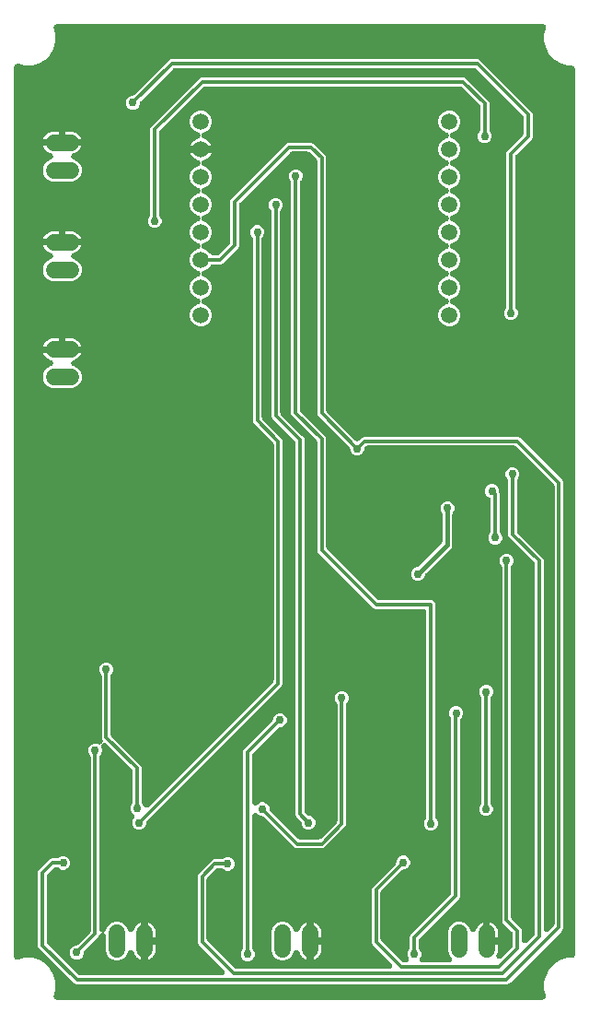
<source format=gbr>
G04 EAGLE Gerber RS-274X export*
G75*
%MOMM*%
%FSLAX34Y34*%
%LPD*%
%INBottom Copper*%
%IPPOS*%
%AMOC8*
5,1,8,0,0,1.08239X$1,22.5*%
G01*
%ADD10C,1.524000*%
%ADD11C,1.508000*%
%ADD12C,0.756400*%
%ADD13C,0.304800*%
%ADD14C,0.200000*%
%ADD15C,0.406400*%

G36*
X503175Y17289D02*
X503175Y17289D01*
X503402Y17305D01*
X503421Y17309D01*
X503440Y17311D01*
X503661Y17366D01*
X503882Y17418D01*
X503900Y17425D01*
X503918Y17429D01*
X504128Y17519D01*
X504338Y17606D01*
X504354Y17616D01*
X504372Y17624D01*
X504564Y17746D01*
X504758Y17866D01*
X504772Y17879D01*
X504788Y17889D01*
X504957Y18041D01*
X505129Y18190D01*
X505142Y18205D01*
X505156Y18218D01*
X505299Y18395D01*
X505444Y18570D01*
X505454Y18587D01*
X505466Y18602D01*
X505579Y18800D01*
X505693Y18996D01*
X505700Y19014D01*
X505710Y19030D01*
X505789Y19245D01*
X505871Y19456D01*
X505875Y19475D01*
X505881Y19493D01*
X505925Y19715D01*
X505971Y19939D01*
X505972Y19959D01*
X505976Y19977D01*
X505983Y20204D01*
X505993Y20432D01*
X505991Y20448D01*
X505991Y20470D01*
X505927Y20959D01*
X505900Y21048D01*
X505891Y21107D01*
X504311Y27005D01*
X504311Y33631D01*
X506025Y40030D01*
X509338Y45767D01*
X514022Y50452D01*
X519760Y53764D01*
X526159Y55479D01*
X529471Y55479D01*
X529547Y55485D01*
X529623Y55483D01*
X529793Y55505D01*
X529963Y55519D01*
X530037Y55537D01*
X530113Y55547D01*
X530276Y55596D01*
X530442Y55637D01*
X530512Y55667D01*
X530585Y55689D01*
X530738Y55765D01*
X530895Y55832D01*
X530960Y55873D01*
X531028Y55906D01*
X531167Y56005D01*
X531311Y56097D01*
X531368Y56148D01*
X531430Y56192D01*
X531552Y56312D01*
X531679Y56426D01*
X531727Y56485D01*
X531781Y56538D01*
X531882Y56677D01*
X531989Y56809D01*
X532027Y56876D01*
X532072Y56937D01*
X532149Y57090D01*
X532233Y57238D01*
X532260Y57310D01*
X532294Y57378D01*
X532345Y57541D01*
X532405Y57701D01*
X532419Y57775D01*
X532442Y57848D01*
X532454Y57953D01*
X532499Y58185D01*
X532507Y58421D01*
X532519Y58526D01*
X532519Y872110D01*
X532512Y872186D01*
X532515Y872262D01*
X532493Y872431D01*
X532479Y872602D01*
X532460Y872676D01*
X532450Y872751D01*
X532401Y872915D01*
X532360Y873081D01*
X532330Y873150D01*
X532308Y873223D01*
X532233Y873377D01*
X532165Y873534D01*
X532125Y873598D01*
X532091Y873667D01*
X531992Y873806D01*
X531900Y873950D01*
X531850Y874007D01*
X531806Y874069D01*
X531686Y874190D01*
X531572Y874318D01*
X531512Y874366D01*
X531459Y874420D01*
X531321Y874521D01*
X531188Y874628D01*
X531122Y874665D01*
X531060Y874710D01*
X530908Y874787D01*
X530759Y874872D01*
X530688Y874898D01*
X530620Y874933D01*
X530457Y874984D01*
X530297Y875043D01*
X530222Y875058D01*
X530149Y875081D01*
X530044Y875093D01*
X529812Y875138D01*
X529576Y875145D01*
X529471Y875157D01*
X526159Y875157D01*
X519760Y876872D01*
X514022Y880184D01*
X509338Y884869D01*
X506025Y890606D01*
X504311Y897005D01*
X504311Y903630D01*
X505891Y909529D01*
X505932Y909753D01*
X505976Y909977D01*
X505977Y909996D01*
X505980Y910015D01*
X505984Y910243D01*
X505991Y910470D01*
X505989Y910489D01*
X505989Y910508D01*
X505956Y910734D01*
X505927Y910959D01*
X505921Y910977D01*
X505919Y910996D01*
X505850Y911213D01*
X505784Y911431D01*
X505776Y911449D01*
X505770Y911467D01*
X505668Y911670D01*
X505567Y911875D01*
X505557Y911890D01*
X505548Y911907D01*
X505413Y912092D01*
X505282Y912277D01*
X505269Y912290D01*
X505257Y912306D01*
X505096Y912465D01*
X504935Y912628D01*
X504920Y912639D01*
X504906Y912652D01*
X504721Y912784D01*
X504537Y912918D01*
X504520Y912927D01*
X504504Y912938D01*
X504299Y913038D01*
X504096Y913141D01*
X504078Y913146D01*
X504061Y913155D01*
X503843Y913220D01*
X503626Y913289D01*
X503610Y913291D01*
X503589Y913297D01*
X503100Y913361D01*
X503007Y913359D01*
X502948Y913365D01*
X55995Y913365D01*
X55767Y913347D01*
X55541Y913331D01*
X55522Y913327D01*
X55503Y913325D01*
X55282Y913270D01*
X55060Y913218D01*
X55043Y913211D01*
X55024Y913207D01*
X54815Y913117D01*
X54605Y913030D01*
X54588Y913020D01*
X54571Y913012D01*
X54379Y912890D01*
X54185Y912770D01*
X54171Y912757D01*
X54155Y912747D01*
X53985Y912595D01*
X53813Y912446D01*
X53801Y912431D01*
X53787Y912418D01*
X53644Y912241D01*
X53499Y912066D01*
X53489Y912049D01*
X53477Y912034D01*
X53364Y911836D01*
X53249Y911640D01*
X53243Y911622D01*
X53233Y911606D01*
X53154Y911392D01*
X53072Y911180D01*
X53068Y911161D01*
X53062Y911143D01*
X53018Y910921D01*
X52971Y910697D01*
X52970Y910677D01*
X52967Y910659D01*
X52960Y910432D01*
X52950Y910204D01*
X52952Y910188D01*
X52951Y910166D01*
X53016Y909677D01*
X53043Y909588D01*
X53052Y909529D01*
X54632Y903630D01*
X54632Y897005D01*
X52917Y890606D01*
X49605Y884869D01*
X44920Y880184D01*
X39183Y876872D01*
X32784Y875157D01*
X26159Y875157D01*
X20260Y876738D01*
X20036Y876779D01*
X19812Y876823D01*
X19793Y876823D01*
X19775Y876827D01*
X19546Y876831D01*
X19319Y876838D01*
X19301Y876835D01*
X19282Y876836D01*
X19055Y876803D01*
X18830Y876773D01*
X18812Y876768D01*
X18793Y876765D01*
X18577Y876697D01*
X18358Y876631D01*
X18341Y876623D01*
X18323Y876617D01*
X18119Y876514D01*
X17915Y876414D01*
X17899Y876403D01*
X17882Y876395D01*
X17698Y876260D01*
X17512Y876129D01*
X17499Y876115D01*
X17484Y876104D01*
X17324Y875942D01*
X17161Y875782D01*
X17150Y875767D01*
X17137Y875753D01*
X17005Y875567D01*
X16871Y875383D01*
X16863Y875366D01*
X16852Y875351D01*
X16751Y875146D01*
X16649Y874943D01*
X16643Y874925D01*
X16635Y874908D01*
X16569Y874690D01*
X16500Y874472D01*
X16499Y874457D01*
X16492Y874435D01*
X16428Y873946D01*
X16431Y873854D01*
X16424Y873794D01*
X16424Y56842D01*
X16429Y56777D01*
X16428Y56733D01*
X16441Y56634D01*
X16443Y56614D01*
X16458Y56387D01*
X16463Y56369D01*
X16464Y56350D01*
X16519Y56128D01*
X16571Y55907D01*
X16578Y55889D01*
X16583Y55871D01*
X16673Y55661D01*
X16760Y55451D01*
X16770Y55435D01*
X16777Y55418D01*
X16900Y55225D01*
X17020Y55032D01*
X17032Y55017D01*
X17042Y55002D01*
X17194Y54832D01*
X17344Y54660D01*
X17358Y54648D01*
X17371Y54634D01*
X17548Y54491D01*
X17724Y54345D01*
X17740Y54336D01*
X17755Y54324D01*
X17953Y54211D01*
X18150Y54096D01*
X18167Y54089D01*
X18184Y54080D01*
X18398Y54000D01*
X18610Y53919D01*
X18628Y53915D01*
X18646Y53908D01*
X18869Y53865D01*
X19093Y53818D01*
X19112Y53817D01*
X19130Y53813D01*
X19357Y53806D01*
X19586Y53796D01*
X19601Y53799D01*
X19623Y53798D01*
X20113Y53862D01*
X20201Y53889D01*
X20260Y53898D01*
X26159Y55479D01*
X32784Y55479D01*
X39183Y53764D01*
X44920Y50452D01*
X49605Y45767D01*
X52917Y40030D01*
X54632Y33631D01*
X54632Y27005D01*
X53052Y21107D01*
X53011Y20883D01*
X52967Y20659D01*
X52966Y20640D01*
X52963Y20621D01*
X52959Y20392D01*
X52951Y20166D01*
X52954Y20147D01*
X52954Y20128D01*
X52986Y19902D01*
X53016Y19677D01*
X53021Y19659D01*
X53024Y19640D01*
X53092Y19423D01*
X53158Y19204D01*
X53167Y19187D01*
X53172Y19169D01*
X53275Y18966D01*
X53375Y18761D01*
X53386Y18746D01*
X53395Y18729D01*
X53529Y18544D01*
X53661Y18359D01*
X53674Y18346D01*
X53685Y18330D01*
X53847Y18171D01*
X54007Y18008D01*
X54023Y17997D01*
X54036Y17984D01*
X54222Y17852D01*
X54406Y17718D01*
X54423Y17709D01*
X54439Y17698D01*
X54643Y17598D01*
X54847Y17495D01*
X54865Y17490D01*
X54882Y17481D01*
X55100Y17416D01*
X55317Y17347D01*
X55333Y17345D01*
X55354Y17339D01*
X55843Y17275D01*
X55936Y17277D01*
X55995Y17271D01*
X502948Y17271D01*
X503175Y17289D01*
G37*
%LPC*%
G36*
X213996Y31130D02*
X213996Y31130D01*
X213864Y31173D01*
X213855Y31174D01*
X213845Y31177D01*
X213805Y31181D01*
X213377Y31246D01*
X213246Y31244D01*
X213168Y31253D01*
X73663Y31253D01*
X72169Y31872D01*
X39258Y64783D01*
X38639Y66277D01*
X38639Y134359D01*
X39258Y135853D01*
X49822Y146417D01*
X51316Y147036D01*
X55606Y147036D01*
X55720Y147045D01*
X55834Y147044D01*
X55966Y147065D01*
X56098Y147075D01*
X56208Y147103D01*
X56321Y147121D01*
X56448Y147162D01*
X56577Y147194D01*
X56682Y147239D01*
X56790Y147275D01*
X56908Y147336D01*
X57030Y147389D01*
X57126Y147450D01*
X57228Y147503D01*
X57301Y147562D01*
X57446Y147654D01*
X57688Y147870D01*
X57761Y147928D01*
X58164Y148331D01*
X60487Y149294D01*
X63003Y149294D01*
X65327Y148331D01*
X67105Y146552D01*
X68068Y144229D01*
X68068Y141713D01*
X67105Y139389D01*
X65327Y137611D01*
X63003Y136648D01*
X60487Y136648D01*
X58164Y137611D01*
X57761Y138014D01*
X57674Y138088D01*
X57593Y138169D01*
X57486Y138247D01*
X57385Y138333D01*
X57287Y138392D01*
X57195Y138459D01*
X57076Y138519D01*
X56962Y138588D01*
X56856Y138630D01*
X56754Y138681D01*
X56628Y138721D01*
X56504Y138771D01*
X56393Y138795D01*
X56284Y138830D01*
X56190Y138840D01*
X56023Y138877D01*
X55698Y138896D01*
X55606Y138906D01*
X55070Y138906D01*
X54956Y138897D01*
X54842Y138898D01*
X54711Y138877D01*
X54578Y138866D01*
X54468Y138839D01*
X54355Y138821D01*
X54228Y138779D01*
X54100Y138747D01*
X53995Y138702D01*
X53886Y138667D01*
X53768Y138605D01*
X53646Y138553D01*
X53550Y138492D01*
X53449Y138439D01*
X53375Y138380D01*
X53230Y138288D01*
X52988Y138071D01*
X52915Y138014D01*
X47661Y132759D01*
X47587Y132672D01*
X47506Y132592D01*
X47428Y132485D01*
X47342Y132383D01*
X47283Y132285D01*
X47216Y132193D01*
X47156Y132075D01*
X47087Y131961D01*
X47045Y131855D01*
X46993Y131753D01*
X46953Y131626D01*
X46904Y131503D01*
X46879Y131391D01*
X46845Y131282D01*
X46834Y131189D01*
X46797Y131021D01*
X46779Y130697D01*
X46769Y130605D01*
X46769Y70031D01*
X46778Y69918D01*
X46777Y69803D01*
X46798Y69672D01*
X46809Y69540D01*
X46836Y69429D01*
X46854Y69316D01*
X46895Y69190D01*
X46927Y69061D01*
X46972Y68956D01*
X47008Y68847D01*
X47069Y68729D01*
X47122Y68607D01*
X47183Y68511D01*
X47236Y68410D01*
X47295Y68336D01*
X47387Y68191D01*
X47603Y67949D01*
X47661Y67877D01*
X75263Y40275D01*
X75349Y40201D01*
X75430Y40120D01*
X75537Y40042D01*
X75638Y39956D01*
X75736Y39897D01*
X75829Y39830D01*
X75947Y39770D01*
X76061Y39701D01*
X76167Y39659D01*
X76269Y39607D01*
X76396Y39567D01*
X76519Y39518D01*
X76630Y39493D01*
X76740Y39459D01*
X76833Y39448D01*
X77001Y39411D01*
X77325Y39393D01*
X77417Y39383D01*
X207302Y39383D01*
X207339Y39386D01*
X207378Y39384D01*
X207585Y39406D01*
X207793Y39423D01*
X207830Y39432D01*
X207868Y39436D01*
X208069Y39491D01*
X208272Y39541D01*
X208307Y39556D01*
X208344Y39567D01*
X208534Y39654D01*
X208725Y39736D01*
X208758Y39756D01*
X208792Y39772D01*
X208966Y39889D01*
X209142Y40001D01*
X209170Y40026D01*
X209202Y40048D01*
X209354Y40190D01*
X209509Y40330D01*
X209533Y40359D01*
X209561Y40385D01*
X209688Y40551D01*
X209819Y40713D01*
X209838Y40747D01*
X209861Y40777D01*
X209960Y40961D01*
X210063Y41142D01*
X210077Y41178D01*
X210095Y41212D01*
X210162Y41409D01*
X210235Y41605D01*
X210242Y41642D01*
X210255Y41678D01*
X210290Y41885D01*
X210330Y42089D01*
X210331Y42127D01*
X210337Y42165D01*
X210339Y42374D01*
X210345Y42582D01*
X210340Y42620D01*
X210340Y42658D01*
X210308Y42865D01*
X210281Y43071D01*
X210270Y43108D01*
X210264Y43145D01*
X210198Y43344D01*
X210138Y43543D01*
X210121Y43578D01*
X210109Y43614D01*
X210013Y43799D01*
X209921Y43987D01*
X209899Y44018D01*
X209882Y44051D01*
X209823Y44124D01*
X209636Y44389D01*
X209515Y44511D01*
X209456Y44585D01*
X186025Y68015D01*
X185407Y69509D01*
X185407Y131127D01*
X186025Y132620D01*
X198893Y145488D01*
X200386Y146106D01*
X206816Y146106D01*
X206930Y146116D01*
X207044Y146115D01*
X207176Y146136D01*
X207308Y146146D01*
X207419Y146174D01*
X207532Y146192D01*
X207658Y146233D01*
X207787Y146265D01*
X207892Y146310D01*
X208000Y146346D01*
X208118Y146407D01*
X208240Y146460D01*
X208336Y146521D01*
X208438Y146574D01*
X208511Y146632D01*
X208656Y146725D01*
X208898Y146941D01*
X208971Y146999D01*
X209374Y147402D01*
X211698Y148364D01*
X214213Y148364D01*
X216537Y147402D01*
X218315Y145623D01*
X219278Y143299D01*
X219278Y140784D01*
X218315Y138460D01*
X216537Y136681D01*
X214213Y135719D01*
X211698Y135719D01*
X209374Y136681D01*
X208971Y137084D01*
X208884Y137158D01*
X208804Y137240D01*
X208696Y137318D01*
X208595Y137404D01*
X208497Y137463D01*
X208405Y137530D01*
X208286Y137590D01*
X208172Y137658D01*
X208066Y137701D01*
X207964Y137752D01*
X207838Y137792D01*
X207714Y137842D01*
X207603Y137866D01*
X207494Y137901D01*
X207400Y137911D01*
X207233Y137948D01*
X206908Y137967D01*
X206816Y137977D01*
X204141Y137977D01*
X204027Y137968D01*
X203913Y137968D01*
X203782Y137948D01*
X203649Y137937D01*
X203538Y137909D01*
X203426Y137892D01*
X203299Y137850D01*
X203170Y137818D01*
X203066Y137773D01*
X202957Y137737D01*
X202839Y137676D01*
X202717Y137624D01*
X202621Y137562D01*
X202519Y137510D01*
X202446Y137451D01*
X202301Y137359D01*
X202059Y137142D01*
X201986Y137084D01*
X194429Y129527D01*
X194355Y129440D01*
X194273Y129360D01*
X194195Y129252D01*
X194109Y129151D01*
X194050Y129053D01*
X193983Y128961D01*
X193923Y128842D01*
X193855Y128728D01*
X193812Y128622D01*
X193761Y128520D01*
X193721Y128394D01*
X193671Y128270D01*
X193647Y128159D01*
X193612Y128050D01*
X193602Y127956D01*
X193565Y127789D01*
X193546Y127464D01*
X193536Y127372D01*
X193536Y73264D01*
X193545Y73150D01*
X193545Y73036D01*
X193565Y72904D01*
X193576Y72772D01*
X193604Y72661D01*
X193621Y72548D01*
X193663Y72422D01*
X193695Y72293D01*
X193740Y72188D01*
X193776Y72080D01*
X193837Y71962D01*
X193889Y71840D01*
X193951Y71744D01*
X194003Y71642D01*
X194062Y71569D01*
X194154Y71424D01*
X194371Y71182D01*
X194429Y71109D01*
X219275Y46263D01*
X219362Y46189D01*
X219442Y46108D01*
X219550Y46029D01*
X219651Y45943D01*
X219749Y45884D01*
X219841Y45817D01*
X219959Y45757D01*
X220074Y45689D01*
X220180Y45646D01*
X220282Y45595D01*
X220408Y45555D01*
X220532Y45506D01*
X220643Y45481D01*
X220752Y45447D01*
X220846Y45436D01*
X221013Y45399D01*
X221338Y45381D01*
X221430Y45370D01*
X361314Y45370D01*
X361352Y45373D01*
X361390Y45371D01*
X361598Y45393D01*
X361806Y45410D01*
X361843Y45419D01*
X361881Y45423D01*
X362082Y45479D01*
X362285Y45529D01*
X362320Y45544D01*
X362356Y45554D01*
X362546Y45641D01*
X362738Y45723D01*
X362770Y45744D01*
X362805Y45760D01*
X362978Y45876D01*
X363154Y45988D01*
X363182Y46014D01*
X363214Y46035D01*
X363366Y46178D01*
X363522Y46317D01*
X363546Y46347D01*
X363574Y46373D01*
X363701Y46539D01*
X363832Y46701D01*
X363851Y46734D01*
X363874Y46764D01*
X363973Y46948D01*
X364076Y47130D01*
X364089Y47166D01*
X364107Y47199D01*
X364175Y47397D01*
X364247Y47592D01*
X364255Y47630D01*
X364267Y47666D01*
X364302Y47872D01*
X364342Y48076D01*
X364343Y48114D01*
X364350Y48152D01*
X364351Y48361D01*
X364357Y48570D01*
X364353Y48607D01*
X364353Y48645D01*
X364320Y48852D01*
X364293Y49059D01*
X364282Y49095D01*
X364276Y49133D01*
X364211Y49331D01*
X364151Y49531D01*
X364134Y49565D01*
X364122Y49601D01*
X364025Y49787D01*
X363934Y49974D01*
X363912Y50005D01*
X363894Y50039D01*
X363836Y50112D01*
X363648Y50376D01*
X363527Y50499D01*
X363469Y50572D01*
X347597Y66443D01*
X346025Y68015D01*
X345407Y69509D01*
X345407Y119098D01*
X346025Y120592D01*
X367170Y141736D01*
X367244Y141823D01*
X367325Y141904D01*
X367403Y142011D01*
X367490Y142112D01*
X367549Y142210D01*
X367616Y142302D01*
X367675Y142421D01*
X367744Y142535D01*
X367787Y142641D01*
X367838Y142743D01*
X367878Y142870D01*
X367927Y142993D01*
X367952Y143104D01*
X367986Y143213D01*
X367997Y143307D01*
X368034Y143474D01*
X368052Y143799D01*
X368063Y143891D01*
X368063Y144461D01*
X369025Y146785D01*
X370804Y148563D01*
X373128Y149526D01*
X375643Y149526D01*
X377967Y148563D01*
X379746Y146785D01*
X380708Y144461D01*
X380708Y141945D01*
X379746Y139622D01*
X377967Y137843D01*
X375643Y136880D01*
X375073Y136880D01*
X374960Y136871D01*
X374845Y136872D01*
X374714Y136851D01*
X374582Y136840D01*
X374471Y136813D01*
X374358Y136795D01*
X374232Y136754D01*
X374103Y136722D01*
X373998Y136677D01*
X373889Y136641D01*
X373771Y136580D01*
X373649Y136527D01*
X373553Y136466D01*
X373452Y136413D01*
X373378Y136354D01*
X373233Y136262D01*
X372991Y136046D01*
X372919Y135988D01*
X354429Y117498D01*
X354355Y117411D01*
X354273Y117331D01*
X354195Y117223D01*
X354109Y117122D01*
X354050Y117024D01*
X353983Y116932D01*
X353923Y116813D01*
X353855Y116699D01*
X353812Y116593D01*
X353761Y116491D01*
X353721Y116365D01*
X353671Y116241D01*
X353647Y116130D01*
X353612Y116021D01*
X353602Y115927D01*
X353565Y115760D01*
X353546Y115435D01*
X353536Y115343D01*
X353536Y73264D01*
X353545Y73150D01*
X353545Y73036D01*
X353565Y72904D01*
X353576Y72772D01*
X353604Y72661D01*
X353621Y72548D01*
X353663Y72422D01*
X353695Y72293D01*
X353740Y72188D01*
X353776Y72080D01*
X353837Y71962D01*
X353889Y71840D01*
X353951Y71744D01*
X354003Y71642D01*
X354062Y71569D01*
X354154Y71424D01*
X354371Y71182D01*
X354429Y71109D01*
X373453Y52085D01*
X373540Y52011D01*
X373620Y51930D01*
X373727Y51852D01*
X373829Y51766D01*
X373927Y51707D01*
X374019Y51639D01*
X374137Y51580D01*
X374251Y51511D01*
X374357Y51469D01*
X374459Y51417D01*
X374586Y51377D01*
X374709Y51328D01*
X374821Y51303D01*
X374930Y51269D01*
X375023Y51258D01*
X375191Y51221D01*
X375515Y51203D01*
X375607Y51193D01*
X376480Y51193D01*
X376660Y51207D01*
X376840Y51214D01*
X376905Y51227D01*
X376971Y51233D01*
X377147Y51276D01*
X377323Y51312D01*
X377386Y51335D01*
X377450Y51351D01*
X377616Y51422D01*
X377785Y51486D01*
X377842Y51520D01*
X377904Y51546D01*
X378056Y51643D01*
X378212Y51733D01*
X378264Y51775D01*
X378320Y51811D01*
X378454Y51931D01*
X378594Y52045D01*
X378638Y52095D01*
X378687Y52140D01*
X378801Y52280D01*
X378920Y52415D01*
X378956Y52472D01*
X378997Y52523D01*
X379086Y52680D01*
X379183Y52833D01*
X379209Y52894D01*
X379241Y52952D01*
X379304Y53121D01*
X379374Y53288D01*
X379390Y53352D01*
X379413Y53415D01*
X379448Y53592D01*
X379490Y53767D01*
X379495Y53834D01*
X379508Y53899D01*
X379513Y54079D01*
X379527Y54259D01*
X379521Y54326D01*
X379523Y54392D01*
X379500Y54571D01*
X379484Y54751D01*
X379469Y54801D01*
X379459Y54881D01*
X379316Y55353D01*
X379301Y55384D01*
X379295Y55406D01*
X378281Y57854D01*
X378281Y60369D01*
X379244Y62693D01*
X379646Y63096D01*
X379720Y63183D01*
X379802Y63263D01*
X379880Y63371D01*
X379966Y63472D01*
X380025Y63570D01*
X380092Y63662D01*
X380152Y63780D01*
X380221Y63894D01*
X380263Y64001D01*
X380314Y64102D01*
X380354Y64229D01*
X380404Y64353D01*
X380428Y64464D01*
X380463Y64573D01*
X380473Y64666D01*
X380510Y64834D01*
X380529Y65158D01*
X380539Y65251D01*
X380539Y74920D01*
X381158Y76414D01*
X417862Y113118D01*
X417936Y113205D01*
X418017Y113285D01*
X418095Y113393D01*
X418181Y113494D01*
X418240Y113592D01*
X418307Y113684D01*
X418367Y113803D01*
X418436Y113917D01*
X418478Y114023D01*
X418530Y114125D01*
X418570Y114251D01*
X418619Y114375D01*
X418644Y114486D01*
X418678Y114595D01*
X418689Y114689D01*
X418726Y114856D01*
X418744Y115181D01*
X418754Y115273D01*
X418754Y274596D01*
X418745Y274709D01*
X418746Y274824D01*
X418725Y274955D01*
X418714Y275087D01*
X418687Y275198D01*
X418669Y275311D01*
X418628Y275437D01*
X418596Y275566D01*
X418551Y275671D01*
X418515Y275780D01*
X418454Y275897D01*
X418401Y276020D01*
X418340Y276116D01*
X418287Y276217D01*
X418228Y276291D01*
X418136Y276436D01*
X417920Y276678D01*
X417862Y276750D01*
X417806Y276806D01*
X416843Y279130D01*
X416843Y281645D01*
X417806Y283969D01*
X419585Y285748D01*
X421908Y286711D01*
X424424Y286711D01*
X426748Y285748D01*
X428526Y283969D01*
X429489Y281645D01*
X429489Y279130D01*
X428526Y276806D01*
X427776Y276056D01*
X427702Y275969D01*
X427621Y275889D01*
X427543Y275782D01*
X427457Y275680D01*
X427398Y275583D01*
X427331Y275490D01*
X427271Y275372D01*
X427202Y275258D01*
X427160Y275152D01*
X427108Y275050D01*
X427069Y274923D01*
X427019Y274800D01*
X426995Y274688D01*
X426960Y274579D01*
X426950Y274486D01*
X426912Y274318D01*
X426894Y273994D01*
X426884Y273902D01*
X426884Y111518D01*
X426265Y110024D01*
X389561Y73320D01*
X389487Y73233D01*
X389406Y73153D01*
X389328Y73046D01*
X389241Y72944D01*
X389182Y72847D01*
X389115Y72754D01*
X389056Y72636D01*
X388987Y72522D01*
X388944Y72416D01*
X388893Y72314D01*
X388853Y72187D01*
X388804Y72064D01*
X388779Y71953D01*
X388745Y71843D01*
X388734Y71750D01*
X388697Y71582D01*
X388679Y71258D01*
X388668Y71166D01*
X388668Y65251D01*
X388678Y65137D01*
X388677Y65023D01*
X388698Y64891D01*
X388708Y64759D01*
X388736Y64648D01*
X388754Y64535D01*
X388795Y64409D01*
X388827Y64280D01*
X388872Y64175D01*
X388908Y64067D01*
X388969Y63949D01*
X389022Y63827D01*
X389083Y63731D01*
X389136Y63629D01*
X389194Y63556D01*
X389287Y63411D01*
X389503Y63169D01*
X389561Y63096D01*
X389964Y62693D01*
X390926Y60369D01*
X390926Y57854D01*
X389912Y55406D01*
X389857Y55234D01*
X389794Y55065D01*
X389782Y55000D01*
X389761Y54936D01*
X389734Y54758D01*
X389700Y54581D01*
X389698Y54514D01*
X389688Y54449D01*
X389690Y54268D01*
X389684Y54088D01*
X389693Y54022D01*
X389694Y53955D01*
X389725Y53778D01*
X389749Y53599D01*
X389768Y53535D01*
X389779Y53469D01*
X389839Y53299D01*
X389891Y53126D01*
X389920Y53067D01*
X389942Y53004D01*
X390029Y52845D01*
X390108Y52683D01*
X390146Y52629D01*
X390178Y52571D01*
X390289Y52428D01*
X390394Y52281D01*
X390440Y52234D01*
X390481Y52181D01*
X390614Y52058D01*
X390740Y51930D01*
X390794Y51891D01*
X390843Y51846D01*
X390993Y51746D01*
X391139Y51639D01*
X391198Y51610D01*
X391254Y51573D01*
X391418Y51499D01*
X391579Y51417D01*
X391643Y51397D01*
X391704Y51370D01*
X391878Y51323D01*
X392050Y51269D01*
X392103Y51263D01*
X392180Y51242D01*
X392671Y51193D01*
X392704Y51195D01*
X392728Y51193D01*
X416451Y51193D01*
X416489Y51196D01*
X416527Y51194D01*
X416735Y51216D01*
X416942Y51233D01*
X416979Y51242D01*
X417017Y51246D01*
X417219Y51301D01*
X417421Y51351D01*
X417456Y51366D01*
X417493Y51376D01*
X417683Y51464D01*
X417875Y51546D01*
X417907Y51566D01*
X417941Y51582D01*
X418115Y51699D01*
X418291Y51811D01*
X418319Y51836D01*
X418351Y51858D01*
X418503Y52000D01*
X418658Y52140D01*
X418683Y52169D01*
X418710Y52195D01*
X418837Y52361D01*
X418968Y52523D01*
X418987Y52556D01*
X419011Y52587D01*
X419109Y52771D01*
X419212Y52952D01*
X419226Y52988D01*
X419244Y53021D01*
X419311Y53219D01*
X419384Y53415D01*
X419391Y53452D01*
X419404Y53488D01*
X419439Y53694D01*
X419479Y53899D01*
X419480Y53937D01*
X419486Y53975D01*
X419488Y54184D01*
X419494Y54392D01*
X419489Y54430D01*
X419489Y54468D01*
X419457Y54675D01*
X419430Y54881D01*
X419419Y54918D01*
X419413Y54955D01*
X419347Y55154D01*
X419287Y55353D01*
X419270Y55388D01*
X419258Y55424D01*
X419162Y55609D01*
X419070Y55796D01*
X419048Y55828D01*
X419031Y55861D01*
X418973Y55934D01*
X418785Y56199D01*
X418664Y56321D01*
X418605Y56395D01*
X417257Y57742D01*
X415711Y61477D01*
X415711Y80759D01*
X417258Y84494D01*
X420116Y87352D01*
X423850Y88899D01*
X427893Y88899D01*
X431627Y87352D01*
X434485Y84494D01*
X435792Y81338D01*
X435864Y81198D01*
X435928Y81054D01*
X435976Y80979D01*
X436017Y80899D01*
X436111Y80772D01*
X436197Y80640D01*
X436257Y80574D01*
X436310Y80502D01*
X436423Y80392D01*
X436529Y80276D01*
X436599Y80220D01*
X436663Y80158D01*
X436793Y80067D01*
X436916Y79970D01*
X436994Y79926D01*
X437067Y79875D01*
X437210Y79807D01*
X437347Y79730D01*
X437432Y79700D01*
X437512Y79661D01*
X437663Y79616D01*
X437812Y79563D01*
X437899Y79547D01*
X437985Y79521D01*
X438142Y79502D01*
X438297Y79473D01*
X438386Y79471D01*
X438475Y79460D01*
X438632Y79466D01*
X438790Y79463D01*
X438879Y79475D01*
X438968Y79479D01*
X439122Y79510D01*
X439278Y79532D01*
X439364Y79559D01*
X439451Y79576D01*
X439599Y79632D01*
X439749Y79679D01*
X439829Y79719D01*
X439913Y79751D01*
X440049Y79830D01*
X440190Y79900D01*
X440262Y79953D01*
X440340Y79997D01*
X440462Y80097D01*
X440590Y80190D01*
X440653Y80253D01*
X440722Y80310D01*
X440826Y80428D01*
X440937Y80540D01*
X440989Y80613D01*
X441048Y80680D01*
X441132Y80814D01*
X441224Y80942D01*
X441252Y81004D01*
X441311Y81098D01*
X441502Y81552D01*
X441504Y81559D01*
X441506Y81563D01*
X441855Y82638D01*
X442581Y84063D01*
X443521Y85357D01*
X444652Y86488D01*
X445946Y87428D01*
X447371Y88154D01*
X448224Y88431D01*
X448224Y71118D01*
X448230Y71042D01*
X448228Y70966D01*
X448250Y70797D01*
X448264Y70627D01*
X448282Y70553D01*
X448292Y70477D01*
X448342Y70313D01*
X448383Y70148D01*
X448413Y70078D01*
X448435Y70005D01*
X448510Y69851D01*
X448577Y69694D01*
X448618Y69630D01*
X448652Y69562D01*
X448750Y69422D01*
X448842Y69278D01*
X448893Y69222D01*
X448937Y69159D01*
X449057Y69038D01*
X449171Y68910D01*
X449231Y68862D01*
X449284Y68808D01*
X449422Y68707D01*
X449555Y68600D01*
X449621Y68562D01*
X449683Y68517D01*
X449836Y68440D01*
X449984Y68356D01*
X450056Y68329D01*
X450123Y68295D01*
X450286Y68244D01*
X450447Y68184D01*
X450521Y68170D01*
X450594Y68147D01*
X450699Y68135D01*
X450931Y68090D01*
X451167Y68082D01*
X451272Y68071D01*
X461432Y68071D01*
X461432Y62698D01*
X461182Y61119D01*
X460688Y59598D01*
X460425Y59083D01*
X460420Y59069D01*
X460412Y59055D01*
X460325Y58840D01*
X460238Y58626D01*
X460234Y58611D01*
X460229Y58597D01*
X460179Y58372D01*
X460126Y58146D01*
X460125Y58131D01*
X460122Y58116D01*
X460109Y57884D01*
X460094Y57654D01*
X460095Y57638D01*
X460094Y57623D01*
X460119Y57393D01*
X460141Y57163D01*
X460145Y57148D01*
X460146Y57133D01*
X460207Y56910D01*
X460267Y56686D01*
X460273Y56672D01*
X460277Y56657D01*
X460374Y56445D01*
X460468Y56235D01*
X460476Y56222D01*
X460483Y56208D01*
X460612Y56017D01*
X460739Y55823D01*
X460750Y55812D01*
X460758Y55799D01*
X460916Y55631D01*
X461073Y55460D01*
X461085Y55451D01*
X461096Y55440D01*
X461280Y55298D01*
X461462Y55156D01*
X461475Y55149D01*
X461487Y55139D01*
X461692Y55029D01*
X461894Y54918D01*
X461909Y54913D01*
X461922Y54906D01*
X462143Y54830D01*
X462359Y54754D01*
X462374Y54751D01*
X462389Y54746D01*
X462618Y54707D01*
X462845Y54666D01*
X462860Y54666D01*
X462875Y54664D01*
X463107Y54662D01*
X463338Y54658D01*
X463353Y54661D01*
X463368Y54660D01*
X463598Y54697D01*
X463826Y54730D01*
X463841Y54735D01*
X463856Y54737D01*
X464077Y54810D01*
X464296Y54880D01*
X464310Y54887D01*
X464324Y54891D01*
X464530Y54998D01*
X464736Y55103D01*
X464748Y55112D01*
X464762Y55119D01*
X464806Y55154D01*
X465134Y55395D01*
X465231Y55493D01*
X465295Y55544D01*
X474514Y64763D01*
X474588Y64851D01*
X474669Y64931D01*
X474748Y65038D01*
X474834Y65139D01*
X474893Y65237D01*
X474960Y65330D01*
X475020Y65448D01*
X475088Y65562D01*
X475131Y65668D01*
X475182Y65770D01*
X475222Y65897D01*
X475271Y66020D01*
X475296Y66131D01*
X475330Y66240D01*
X475341Y66334D01*
X475378Y66502D01*
X475396Y66826D01*
X475407Y66918D01*
X475407Y77372D01*
X475397Y77486D01*
X475398Y77600D01*
X475377Y77731D01*
X475367Y77864D01*
X475339Y77975D01*
X475321Y78087D01*
X475280Y78214D01*
X475248Y78343D01*
X475203Y78447D01*
X475167Y78556D01*
X475106Y78674D01*
X475053Y78796D01*
X474992Y78892D01*
X474939Y78994D01*
X474881Y79067D01*
X474788Y79212D01*
X474572Y79454D01*
X474514Y79527D01*
X466025Y88015D01*
X465407Y89509D01*
X465407Y414179D01*
X465397Y414292D01*
X465398Y414407D01*
X465377Y414538D01*
X465367Y414671D01*
X465339Y414781D01*
X465321Y414894D01*
X465280Y415020D01*
X465248Y415149D01*
X465203Y415254D01*
X465167Y415363D01*
X465106Y415481D01*
X465053Y415603D01*
X464992Y415699D01*
X464939Y415800D01*
X464881Y415874D01*
X464788Y416019D01*
X464572Y416261D01*
X464514Y416334D01*
X464111Y416736D01*
X463149Y419060D01*
X463149Y421576D01*
X464111Y423900D01*
X465890Y425678D01*
X468214Y426641D01*
X470729Y426641D01*
X473053Y425678D01*
X474832Y423900D01*
X475794Y421576D01*
X475794Y419060D01*
X474832Y416736D01*
X474429Y416334D01*
X474355Y416247D01*
X474273Y416166D01*
X474195Y416059D01*
X474109Y415958D01*
X474050Y415860D01*
X473983Y415767D01*
X473923Y415649D01*
X473855Y415535D01*
X473812Y415429D01*
X473761Y415327D01*
X473721Y415200D01*
X473671Y415077D01*
X473647Y414966D01*
X473612Y414857D01*
X473602Y414763D01*
X473565Y414595D01*
X473546Y414271D01*
X473536Y414179D01*
X473536Y93264D01*
X473545Y93150D01*
X473545Y93036D01*
X473565Y92904D01*
X473576Y92772D01*
X473604Y92661D01*
X473621Y92548D01*
X473663Y92422D01*
X473695Y92293D01*
X473740Y92188D01*
X473776Y92080D01*
X473837Y91962D01*
X473889Y91840D01*
X473951Y91744D01*
X474003Y91642D01*
X474062Y91569D01*
X474154Y91424D01*
X474371Y91182D01*
X474429Y91109D01*
X482917Y82620D01*
X483536Y81127D01*
X483536Y72163D01*
X483539Y72125D01*
X483537Y72087D01*
X483559Y71879D01*
X483576Y71672D01*
X483585Y71635D01*
X483589Y71597D01*
X483645Y71395D01*
X483695Y71193D01*
X483710Y71158D01*
X483720Y71121D01*
X483807Y70931D01*
X483889Y70739D01*
X483910Y70707D01*
X483926Y70673D01*
X484042Y70499D01*
X484154Y70323D01*
X484180Y70295D01*
X484201Y70263D01*
X484344Y70111D01*
X484483Y69955D01*
X484513Y69931D01*
X484539Y69904D01*
X484705Y69777D01*
X484867Y69645D01*
X484900Y69627D01*
X484930Y69603D01*
X485114Y69505D01*
X485296Y69401D01*
X485331Y69388D01*
X485365Y69370D01*
X485563Y69302D01*
X485758Y69230D01*
X485796Y69223D01*
X485832Y69210D01*
X486038Y69175D01*
X486242Y69135D01*
X486280Y69134D01*
X486318Y69128D01*
X486528Y69126D01*
X486735Y69120D01*
X486773Y69125D01*
X486811Y69125D01*
X487018Y69157D01*
X487225Y69184D01*
X487261Y69195D01*
X487299Y69201D01*
X487497Y69266D01*
X487697Y69327D01*
X487731Y69344D01*
X487767Y69355D01*
X487953Y69452D01*
X488140Y69544D01*
X488171Y69566D01*
X488205Y69583D01*
X488278Y69641D01*
X488542Y69829D01*
X488665Y69950D01*
X488738Y70009D01*
X494514Y75785D01*
X494588Y75872D01*
X494669Y75952D01*
X494748Y76059D01*
X494834Y76161D01*
X494892Y76258D01*
X494960Y76351D01*
X495020Y76469D01*
X495088Y76583D01*
X495131Y76689D01*
X495182Y76791D01*
X495222Y76918D01*
X495271Y77041D01*
X495296Y77153D01*
X495330Y77262D01*
X495341Y77355D01*
X495378Y77523D01*
X495396Y77847D01*
X495407Y77939D01*
X495407Y417372D01*
X495397Y417486D01*
X495398Y417600D01*
X495377Y417731D01*
X495367Y417864D01*
X495339Y417975D01*
X495321Y418087D01*
X495280Y418214D01*
X495248Y418343D01*
X495203Y418447D01*
X495167Y418556D01*
X495106Y418674D01*
X495053Y418796D01*
X494992Y418892D01*
X494939Y418994D01*
X494881Y419067D01*
X494788Y419212D01*
X494572Y419454D01*
X494514Y419527D01*
X471609Y442432D01*
X471287Y443209D01*
X471222Y443336D01*
X471166Y443467D01*
X471110Y443555D01*
X471062Y443648D01*
X470977Y443763D01*
X470901Y443883D01*
X470867Y443921D01*
X470871Y443940D01*
X470914Y444076D01*
X470923Y444154D01*
X470953Y444281D01*
X470986Y444713D01*
X470990Y444753D01*
X470990Y493885D01*
X470981Y493999D01*
X470982Y494113D01*
X470961Y494244D01*
X470950Y494377D01*
X470923Y494487D01*
X470905Y494600D01*
X470863Y494727D01*
X470831Y494856D01*
X470786Y494960D01*
X470751Y495069D01*
X470689Y495187D01*
X470637Y495309D01*
X470576Y495405D01*
X470523Y495507D01*
X470464Y495580D01*
X470372Y495725D01*
X470155Y495967D01*
X470098Y496040D01*
X469695Y496443D01*
X468732Y498766D01*
X468732Y501282D01*
X469695Y503606D01*
X471473Y505384D01*
X473797Y506347D01*
X476313Y506347D01*
X478636Y505384D01*
X480415Y503606D01*
X481378Y501282D01*
X481378Y498766D01*
X480415Y496443D01*
X480012Y496040D01*
X479938Y495953D01*
X479857Y495872D01*
X479779Y495765D01*
X479693Y495664D01*
X479634Y495566D01*
X479566Y495474D01*
X479507Y495355D01*
X479438Y495241D01*
X479396Y495135D01*
X479344Y495033D01*
X479304Y494906D01*
X479255Y494783D01*
X479230Y494672D01*
X479196Y494563D01*
X479185Y494469D01*
X479148Y494302D01*
X479130Y493977D01*
X479120Y493885D01*
X479120Y447680D01*
X479129Y447567D01*
X479128Y447452D01*
X479149Y447321D01*
X479160Y447189D01*
X479187Y447078D01*
X479205Y446965D01*
X479246Y446839D01*
X479278Y446710D01*
X479323Y446605D01*
X479359Y446496D01*
X479420Y446378D01*
X479473Y446256D01*
X479534Y446160D01*
X479587Y446059D01*
X479645Y445985D01*
X479738Y445840D01*
X479954Y445598D01*
X480012Y445526D01*
X502917Y422620D01*
X503536Y421127D01*
X503536Y82553D01*
X503539Y82515D01*
X503537Y82476D01*
X503559Y82269D01*
X503576Y82061D01*
X503585Y82024D01*
X503589Y81986D01*
X503645Y81784D01*
X503695Y81582D01*
X503710Y81547D01*
X503720Y81510D01*
X503807Y81320D01*
X503889Y81129D01*
X503910Y81096D01*
X503926Y81062D01*
X504042Y80889D01*
X504154Y80713D01*
X504180Y80684D01*
X504201Y80653D01*
X504344Y80500D01*
X504483Y80345D01*
X504513Y80321D01*
X504539Y80293D01*
X504705Y80166D01*
X504867Y80035D01*
X504900Y80016D01*
X504930Y79993D01*
X505115Y79894D01*
X505296Y79791D01*
X505331Y79778D01*
X505365Y79759D01*
X505563Y79692D01*
X505758Y79619D01*
X505796Y79612D01*
X505832Y79599D01*
X506038Y79564D01*
X506242Y79524D01*
X506280Y79523D01*
X506318Y79517D01*
X506528Y79516D01*
X506735Y79509D01*
X506773Y79514D01*
X506811Y79514D01*
X507018Y79546D01*
X507225Y79574D01*
X507261Y79585D01*
X507299Y79590D01*
X507497Y79656D01*
X507697Y79716D01*
X507731Y79733D01*
X507767Y79745D01*
X507953Y79841D01*
X508140Y79933D01*
X508171Y79955D01*
X508205Y79973D01*
X508278Y80031D01*
X508542Y80218D01*
X508665Y80339D01*
X508738Y80398D01*
X512750Y84409D01*
X512824Y84497D01*
X512905Y84577D01*
X512983Y84684D01*
X513069Y84785D01*
X513128Y84883D01*
X513195Y84975D01*
X513255Y85094D01*
X513324Y85208D01*
X513366Y85314D01*
X513418Y85416D01*
X513458Y85543D01*
X513507Y85666D01*
X513531Y85777D01*
X513566Y85886D01*
X513576Y85980D01*
X513614Y86148D01*
X513632Y86472D01*
X513642Y86564D01*
X513642Y489137D01*
X513633Y489250D01*
X513634Y489365D01*
X513613Y489496D01*
X513602Y489628D01*
X513575Y489739D01*
X513557Y489852D01*
X513515Y489978D01*
X513483Y490107D01*
X513438Y490212D01*
X513403Y490321D01*
X513341Y490438D01*
X513289Y490561D01*
X513228Y490657D01*
X513175Y490758D01*
X513116Y490832D01*
X513024Y490977D01*
X512807Y491219D01*
X512750Y491291D01*
X478680Y525361D01*
X478593Y525435D01*
X478513Y525516D01*
X478405Y525594D01*
X478304Y525680D01*
X478206Y525739D01*
X478114Y525806D01*
X477996Y525866D01*
X477882Y525935D01*
X477776Y525977D01*
X477674Y526029D01*
X477547Y526069D01*
X477424Y526118D01*
X477312Y526143D01*
X477203Y526177D01*
X477110Y526187D01*
X476942Y526225D01*
X476618Y526243D01*
X476525Y526253D01*
X342145Y526253D01*
X342031Y526244D01*
X341917Y526245D01*
X341785Y526224D01*
X341653Y526213D01*
X341542Y526186D01*
X341429Y526168D01*
X341303Y526127D01*
X341174Y526095D01*
X341069Y526050D01*
X340961Y526014D01*
X340843Y525952D01*
X340721Y525900D01*
X340625Y525839D01*
X340523Y525786D01*
X340450Y525727D01*
X340305Y525635D01*
X340062Y525419D01*
X339990Y525361D01*
X339340Y524711D01*
X339266Y524624D01*
X339185Y524543D01*
X339107Y524436D01*
X339021Y524335D01*
X338962Y524237D01*
X338894Y524145D01*
X338835Y524026D01*
X338766Y523912D01*
X338723Y523806D01*
X338672Y523704D01*
X338632Y523577D01*
X338583Y523454D01*
X338558Y523343D01*
X338524Y523234D01*
X338513Y523140D01*
X338476Y522973D01*
X338458Y522648D01*
X338447Y522556D01*
X338447Y521986D01*
X337485Y519662D01*
X335706Y517884D01*
X333382Y516921D01*
X330867Y516921D01*
X328543Y517884D01*
X326765Y519662D01*
X325802Y521986D01*
X325802Y522556D01*
X325793Y522670D01*
X325793Y522784D01*
X325773Y522915D01*
X325762Y523048D01*
X325735Y523158D01*
X325717Y523271D01*
X325675Y523398D01*
X325643Y523527D01*
X325598Y523631D01*
X325563Y523740D01*
X325501Y523858D01*
X325449Y523980D01*
X325388Y524076D01*
X325335Y524178D01*
X325276Y524251D01*
X325184Y524396D01*
X324967Y524638D01*
X324909Y524711D01*
X296025Y553595D01*
X295407Y555089D01*
X295407Y787372D01*
X295397Y787486D01*
X295398Y787600D01*
X295377Y787731D01*
X295367Y787864D01*
X295339Y787975D01*
X295321Y788087D01*
X295280Y788214D01*
X295248Y788343D01*
X295203Y788447D01*
X295167Y788556D01*
X295106Y788674D01*
X295053Y788796D01*
X294992Y788892D01*
X294939Y788994D01*
X294881Y789067D01*
X294788Y789212D01*
X294572Y789454D01*
X294514Y789527D01*
X288680Y795361D01*
X288593Y795435D01*
X288513Y795516D01*
X288406Y795594D01*
X288304Y795680D01*
X288206Y795739D01*
X288114Y795806D01*
X287996Y795866D01*
X287882Y795935D01*
X287776Y795977D01*
X287674Y796029D01*
X287547Y796069D01*
X287424Y796118D01*
X287312Y796143D01*
X287203Y796177D01*
X287110Y796187D01*
X286942Y796225D01*
X286618Y796243D01*
X286525Y796253D01*
X272417Y796253D01*
X272304Y796244D01*
X272189Y796245D01*
X272058Y796224D01*
X271926Y796213D01*
X271815Y796186D01*
X271702Y796168D01*
X271576Y796127D01*
X271447Y796095D01*
X271342Y796050D01*
X271233Y796014D01*
X271115Y795952D01*
X270993Y795900D01*
X270897Y795839D01*
X270796Y795786D01*
X270722Y795727D01*
X270577Y795635D01*
X270335Y795419D01*
X270263Y795361D01*
X224429Y749527D01*
X224355Y749440D01*
X224273Y749360D01*
X224195Y749252D01*
X224109Y749151D01*
X224050Y749053D01*
X223983Y748961D01*
X223923Y748842D01*
X223855Y748728D01*
X223812Y748622D01*
X223761Y748520D01*
X223721Y748394D01*
X223671Y748270D01*
X223647Y748159D01*
X223612Y748050D01*
X223602Y747956D01*
X223565Y747789D01*
X223546Y747464D01*
X223536Y747372D01*
X223536Y709509D01*
X222917Y708015D01*
X208224Y693322D01*
X206730Y692703D01*
X199635Y692703D01*
X199417Y692686D01*
X199199Y692672D01*
X199172Y692666D01*
X199143Y692663D01*
X198931Y692611D01*
X198718Y692562D01*
X198692Y692551D01*
X198665Y692545D01*
X198463Y692458D01*
X198262Y692376D01*
X198237Y692361D01*
X198211Y692350D01*
X198027Y692233D01*
X197841Y692119D01*
X197819Y692100D01*
X197795Y692085D01*
X197633Y691940D01*
X197467Y691797D01*
X197448Y691775D01*
X197427Y691756D01*
X197290Y691586D01*
X197150Y691419D01*
X197138Y691398D01*
X197117Y691372D01*
X196966Y691106D01*
X194082Y688222D01*
X190850Y686883D01*
X190816Y686866D01*
X190780Y686853D01*
X190597Y686754D01*
X190411Y686658D01*
X190380Y686636D01*
X190347Y686617D01*
X190182Y686489D01*
X190014Y686365D01*
X189987Y686338D01*
X189957Y686315D01*
X189815Y686162D01*
X189669Y686012D01*
X189647Y685981D01*
X189622Y685953D01*
X189506Y685779D01*
X189386Y685608D01*
X189370Y685574D01*
X189349Y685542D01*
X189263Y685352D01*
X189172Y685163D01*
X189162Y685127D01*
X189146Y685092D01*
X189092Y684891D01*
X189033Y684690D01*
X189028Y684652D01*
X189018Y684616D01*
X188998Y684408D01*
X188972Y684201D01*
X188973Y684163D01*
X188969Y684125D01*
X188982Y683916D01*
X188990Y683708D01*
X188998Y683670D01*
X189000Y683632D01*
X189046Y683429D01*
X189088Y683224D01*
X189101Y683188D01*
X189110Y683151D01*
X189188Y682959D01*
X189262Y682763D01*
X189281Y682730D01*
X189296Y682694D01*
X189404Y682517D01*
X189509Y682336D01*
X189533Y682306D01*
X189553Y682274D01*
X189689Y682115D01*
X189821Y681954D01*
X189850Y681929D01*
X189875Y681900D01*
X190035Y681766D01*
X190191Y681627D01*
X190224Y681607D01*
X190253Y681583D01*
X190334Y681538D01*
X190609Y681365D01*
X190768Y681298D01*
X190850Y681253D01*
X194082Y679914D01*
X196917Y677078D01*
X198452Y673373D01*
X198452Y669363D01*
X196917Y665658D01*
X194082Y662822D01*
X190850Y661483D01*
X190816Y661466D01*
X190780Y661453D01*
X190597Y661354D01*
X190411Y661258D01*
X190380Y661236D01*
X190347Y661217D01*
X190182Y661089D01*
X190014Y660965D01*
X189987Y660938D01*
X189957Y660915D01*
X189815Y660762D01*
X189669Y660612D01*
X189647Y660581D01*
X189622Y660553D01*
X189506Y660379D01*
X189386Y660208D01*
X189370Y660174D01*
X189349Y660142D01*
X189263Y659952D01*
X189172Y659763D01*
X189162Y659727D01*
X189146Y659692D01*
X189092Y659491D01*
X189033Y659290D01*
X189028Y659252D01*
X189018Y659216D01*
X188998Y659008D01*
X188972Y658801D01*
X188973Y658763D01*
X188969Y658725D01*
X188982Y658516D01*
X188990Y658308D01*
X188998Y658270D01*
X189000Y658232D01*
X189046Y658029D01*
X189088Y657824D01*
X189101Y657788D01*
X189110Y657751D01*
X189188Y657559D01*
X189262Y657363D01*
X189281Y657330D01*
X189296Y657294D01*
X189404Y657117D01*
X189509Y656936D01*
X189533Y656906D01*
X189553Y656874D01*
X189689Y656715D01*
X189821Y656554D01*
X189850Y656529D01*
X189875Y656500D01*
X190035Y656366D01*
X190191Y656227D01*
X190224Y656207D01*
X190253Y656183D01*
X190334Y656138D01*
X190609Y655965D01*
X190768Y655898D01*
X190850Y655853D01*
X194082Y654514D01*
X196917Y651678D01*
X198452Y647973D01*
X198452Y643963D01*
X196917Y640258D01*
X194082Y637422D01*
X190377Y635887D01*
X186366Y635887D01*
X182661Y637422D01*
X179825Y640258D01*
X178291Y643963D01*
X178291Y647973D01*
X179825Y651678D01*
X182661Y654514D01*
X185893Y655853D01*
X185927Y655870D01*
X185963Y655883D01*
X186147Y655983D01*
X186332Y656078D01*
X186363Y656100D01*
X186396Y656119D01*
X186561Y656247D01*
X186729Y656371D01*
X186755Y656398D01*
X186786Y656421D01*
X186928Y656575D01*
X187073Y656724D01*
X187095Y656755D01*
X187121Y656783D01*
X187237Y656957D01*
X187356Y657128D01*
X187373Y657162D01*
X187394Y657194D01*
X187480Y657384D01*
X187570Y657572D01*
X187581Y657609D01*
X187597Y657644D01*
X187651Y657845D01*
X187710Y658046D01*
X187715Y658084D01*
X187724Y658120D01*
X187745Y658328D01*
X187771Y658535D01*
X187770Y658573D01*
X187774Y658611D01*
X187761Y658820D01*
X187753Y659028D01*
X187745Y659066D01*
X187743Y659104D01*
X187696Y659307D01*
X187655Y659512D01*
X187641Y659547D01*
X187633Y659585D01*
X187554Y659778D01*
X187480Y659973D01*
X187461Y660006D01*
X187447Y660042D01*
X187338Y660219D01*
X187234Y660400D01*
X187210Y660430D01*
X187190Y660462D01*
X187053Y660621D01*
X186921Y660782D01*
X186893Y660807D01*
X186868Y660836D01*
X186708Y660971D01*
X186551Y661109D01*
X186519Y661129D01*
X186490Y661153D01*
X186408Y661199D01*
X186134Y661371D01*
X185975Y661438D01*
X185893Y661483D01*
X182661Y662822D01*
X179825Y665658D01*
X178291Y669363D01*
X178291Y673373D01*
X179825Y677078D01*
X182661Y679914D01*
X185893Y681253D01*
X185927Y681270D01*
X185963Y681283D01*
X186147Y681383D01*
X186332Y681478D01*
X186363Y681500D01*
X186396Y681519D01*
X186561Y681647D01*
X186729Y681771D01*
X186755Y681798D01*
X186786Y681821D01*
X186928Y681975D01*
X187073Y682124D01*
X187095Y682155D01*
X187121Y682183D01*
X187237Y682357D01*
X187356Y682528D01*
X187373Y682562D01*
X187394Y682594D01*
X187480Y682784D01*
X187570Y682972D01*
X187581Y683009D01*
X187597Y683044D01*
X187651Y683245D01*
X187710Y683446D01*
X187715Y683484D01*
X187724Y683520D01*
X187745Y683728D01*
X187771Y683935D01*
X187770Y683973D01*
X187774Y684011D01*
X187761Y684220D01*
X187753Y684428D01*
X187745Y684466D01*
X187743Y684504D01*
X187696Y684707D01*
X187655Y684912D01*
X187641Y684947D01*
X187633Y684985D01*
X187554Y685178D01*
X187480Y685373D01*
X187461Y685406D01*
X187447Y685442D01*
X187338Y685619D01*
X187234Y685800D01*
X187210Y685830D01*
X187190Y685862D01*
X187053Y686021D01*
X186921Y686182D01*
X186893Y686207D01*
X186868Y686236D01*
X186708Y686371D01*
X186551Y686509D01*
X186519Y686529D01*
X186490Y686553D01*
X186408Y686599D01*
X186134Y686771D01*
X185975Y686838D01*
X185893Y686883D01*
X182661Y688222D01*
X179825Y691058D01*
X178291Y694763D01*
X178291Y698773D01*
X179825Y702478D01*
X182661Y705314D01*
X185893Y706653D01*
X185927Y706670D01*
X185963Y706683D01*
X186147Y706783D01*
X186332Y706878D01*
X186363Y706900D01*
X186396Y706919D01*
X186561Y707047D01*
X186729Y707171D01*
X186755Y707198D01*
X186786Y707221D01*
X186928Y707375D01*
X187073Y707524D01*
X187095Y707555D01*
X187121Y707583D01*
X187237Y707757D01*
X187356Y707928D01*
X187373Y707962D01*
X187394Y707994D01*
X187480Y708184D01*
X187570Y708372D01*
X187581Y708409D01*
X187597Y708444D01*
X187651Y708645D01*
X187710Y708846D01*
X187715Y708884D01*
X187724Y708920D01*
X187745Y709128D01*
X187771Y709335D01*
X187770Y709373D01*
X187774Y709411D01*
X187761Y709620D01*
X187753Y709828D01*
X187745Y709866D01*
X187743Y709904D01*
X187696Y710107D01*
X187655Y710312D01*
X187641Y710347D01*
X187633Y710385D01*
X187554Y710578D01*
X187480Y710773D01*
X187461Y710806D01*
X187447Y710842D01*
X187338Y711019D01*
X187234Y711200D01*
X187210Y711230D01*
X187190Y711262D01*
X187053Y711421D01*
X186921Y711582D01*
X186893Y711607D01*
X186868Y711636D01*
X186708Y711771D01*
X186551Y711909D01*
X186519Y711929D01*
X186490Y711953D01*
X186408Y711999D01*
X186134Y712171D01*
X185975Y712238D01*
X185893Y712283D01*
X182661Y713622D01*
X179825Y716458D01*
X178291Y720163D01*
X178291Y724173D01*
X179825Y727878D01*
X182661Y730714D01*
X185893Y732053D01*
X185927Y732070D01*
X185963Y732083D01*
X186147Y732183D01*
X186332Y732278D01*
X186363Y732300D01*
X186396Y732319D01*
X186561Y732447D01*
X186729Y732571D01*
X186755Y732598D01*
X186786Y732621D01*
X186928Y732775D01*
X187073Y732924D01*
X187095Y732955D01*
X187121Y732983D01*
X187237Y733157D01*
X187356Y733328D01*
X187373Y733362D01*
X187394Y733394D01*
X187480Y733584D01*
X187570Y733772D01*
X187581Y733809D01*
X187597Y733844D01*
X187651Y734045D01*
X187710Y734246D01*
X187715Y734284D01*
X187724Y734320D01*
X187745Y734528D01*
X187771Y734735D01*
X187770Y734773D01*
X187774Y734811D01*
X187761Y735020D01*
X187753Y735228D01*
X187745Y735266D01*
X187743Y735304D01*
X187696Y735507D01*
X187655Y735712D01*
X187641Y735747D01*
X187633Y735785D01*
X187554Y735978D01*
X187480Y736173D01*
X187461Y736206D01*
X187447Y736242D01*
X187338Y736419D01*
X187234Y736600D01*
X187210Y736630D01*
X187190Y736662D01*
X187053Y736821D01*
X186921Y736982D01*
X186893Y737007D01*
X186868Y737036D01*
X186708Y737171D01*
X186551Y737309D01*
X186519Y737329D01*
X186490Y737353D01*
X186408Y737399D01*
X186134Y737571D01*
X185975Y737638D01*
X185893Y737683D01*
X182661Y739022D01*
X179825Y741858D01*
X178291Y745563D01*
X178291Y749573D01*
X179825Y753278D01*
X182661Y756114D01*
X185893Y757453D01*
X185927Y757470D01*
X185963Y757483D01*
X186147Y757583D01*
X186332Y757678D01*
X186363Y757700D01*
X186396Y757719D01*
X186561Y757847D01*
X186729Y757971D01*
X186755Y757998D01*
X186786Y758021D01*
X186928Y758175D01*
X187073Y758324D01*
X187095Y758355D01*
X187121Y758383D01*
X187237Y758557D01*
X187356Y758728D01*
X187373Y758762D01*
X187394Y758794D01*
X187480Y758984D01*
X187570Y759172D01*
X187581Y759209D01*
X187597Y759244D01*
X187651Y759445D01*
X187710Y759646D01*
X187715Y759684D01*
X187724Y759720D01*
X187745Y759928D01*
X187771Y760135D01*
X187770Y760173D01*
X187774Y760211D01*
X187761Y760420D01*
X187753Y760628D01*
X187745Y760666D01*
X187743Y760704D01*
X187696Y760907D01*
X187655Y761112D01*
X187641Y761147D01*
X187633Y761185D01*
X187554Y761378D01*
X187480Y761573D01*
X187461Y761606D01*
X187447Y761642D01*
X187338Y761819D01*
X187234Y762000D01*
X187210Y762030D01*
X187190Y762062D01*
X187053Y762221D01*
X186921Y762382D01*
X186893Y762407D01*
X186868Y762436D01*
X186708Y762571D01*
X186551Y762709D01*
X186519Y762729D01*
X186490Y762753D01*
X186408Y762799D01*
X186134Y762971D01*
X185975Y763038D01*
X185893Y763083D01*
X182661Y764422D01*
X179825Y767258D01*
X178291Y770963D01*
X178291Y774973D01*
X179825Y778678D01*
X182661Y781514D01*
X186002Y782898D01*
X186142Y782970D01*
X186287Y783033D01*
X186362Y783082D01*
X186441Y783123D01*
X186568Y783216D01*
X186700Y783303D01*
X186766Y783363D01*
X186838Y783416D01*
X186948Y783529D01*
X187065Y783635D01*
X187120Y783705D01*
X187182Y783769D01*
X187273Y783898D01*
X187371Y784022D01*
X187414Y784100D01*
X187465Y784173D01*
X187534Y784315D01*
X187610Y784453D01*
X187641Y784537D01*
X187679Y784618D01*
X187724Y784769D01*
X187777Y784917D01*
X187794Y785005D01*
X187819Y785091D01*
X187838Y785247D01*
X187867Y785402D01*
X187869Y785492D01*
X187880Y785580D01*
X187874Y785738D01*
X187878Y785896D01*
X187865Y785984D01*
X187862Y786073D01*
X187831Y786228D01*
X187808Y786384D01*
X187782Y786469D01*
X187764Y786557D01*
X187708Y786704D01*
X187661Y786855D01*
X187621Y786935D01*
X187589Y787018D01*
X187511Y787155D01*
X187440Y787296D01*
X187387Y787368D01*
X187343Y787446D01*
X187243Y787567D01*
X187150Y787695D01*
X187087Y787758D01*
X187030Y787827D01*
X186912Y787932D01*
X186800Y788043D01*
X186727Y788095D01*
X186660Y788154D01*
X186527Y788238D01*
X186399Y788329D01*
X186336Y788358D01*
X186243Y788416D01*
X185788Y788608D01*
X185782Y788609D01*
X185778Y788611D01*
X184502Y789026D01*
X183088Y789746D01*
X181804Y790679D01*
X180682Y791801D01*
X179750Y793084D01*
X179029Y794498D01*
X178762Y795321D01*
X188371Y795321D01*
X188372Y795321D01*
X197981Y795321D01*
X197714Y794498D01*
X196993Y793084D01*
X196060Y791801D01*
X194939Y790679D01*
X193655Y789746D01*
X192241Y789026D01*
X190965Y788611D01*
X190820Y788551D01*
X190671Y788498D01*
X190592Y788456D01*
X190510Y788421D01*
X190376Y788338D01*
X190238Y788262D01*
X190167Y788208D01*
X190091Y788160D01*
X189973Y788056D01*
X189848Y787960D01*
X189787Y787894D01*
X189720Y787835D01*
X189620Y787714D01*
X189513Y787598D01*
X189463Y787524D01*
X189406Y787455D01*
X189327Y787318D01*
X189240Y787187D01*
X189203Y787106D01*
X189158Y787028D01*
X189102Y786881D01*
X189037Y786737D01*
X189014Y786651D01*
X188982Y786568D01*
X188950Y786413D01*
X188909Y786261D01*
X188900Y786172D01*
X188882Y786084D01*
X188876Y785927D01*
X188860Y785770D01*
X188866Y785681D01*
X188862Y785591D01*
X188881Y785435D01*
X188891Y785278D01*
X188911Y785191D01*
X188922Y785102D01*
X188966Y784950D01*
X189001Y784797D01*
X189034Y784714D01*
X189059Y784628D01*
X189127Y784485D01*
X189187Y784340D01*
X189233Y784264D01*
X189272Y784183D01*
X189362Y784053D01*
X189444Y783919D01*
X189502Y783851D01*
X189553Y783778D01*
X189663Y783664D01*
X189766Y783545D01*
X189834Y783487D01*
X189896Y783423D01*
X190023Y783329D01*
X190144Y783228D01*
X190204Y783194D01*
X190292Y783129D01*
X190730Y782902D01*
X190737Y782900D01*
X190741Y782898D01*
X194082Y781514D01*
X196917Y778678D01*
X198452Y774973D01*
X198452Y770963D01*
X196917Y767258D01*
X194082Y764422D01*
X190850Y763083D01*
X190816Y763066D01*
X190780Y763053D01*
X190597Y762954D01*
X190411Y762858D01*
X190380Y762836D01*
X190347Y762817D01*
X190182Y762689D01*
X190014Y762565D01*
X189987Y762538D01*
X189957Y762515D01*
X189815Y762362D01*
X189669Y762212D01*
X189647Y762181D01*
X189622Y762153D01*
X189506Y761979D01*
X189386Y761808D01*
X189370Y761774D01*
X189349Y761742D01*
X189263Y761552D01*
X189172Y761363D01*
X189162Y761327D01*
X189146Y761292D01*
X189092Y761091D01*
X189033Y760890D01*
X189028Y760852D01*
X189018Y760816D01*
X188998Y760608D01*
X188972Y760401D01*
X188973Y760363D01*
X188969Y760325D01*
X188982Y760116D01*
X188990Y759908D01*
X188998Y759870D01*
X189000Y759832D01*
X189046Y759629D01*
X189088Y759424D01*
X189101Y759388D01*
X189110Y759351D01*
X189188Y759159D01*
X189262Y758963D01*
X189281Y758930D01*
X189296Y758894D01*
X189404Y758717D01*
X189509Y758536D01*
X189533Y758506D01*
X189553Y758474D01*
X189689Y758315D01*
X189821Y758154D01*
X189850Y758129D01*
X189875Y758100D01*
X190035Y757966D01*
X190191Y757827D01*
X190224Y757807D01*
X190253Y757783D01*
X190334Y757738D01*
X190609Y757565D01*
X190768Y757498D01*
X190850Y757453D01*
X194082Y756114D01*
X196917Y753278D01*
X198452Y749573D01*
X198452Y745563D01*
X196917Y741858D01*
X194082Y739022D01*
X190850Y737683D01*
X190816Y737666D01*
X190780Y737653D01*
X190597Y737554D01*
X190411Y737458D01*
X190380Y737436D01*
X190347Y737417D01*
X190182Y737289D01*
X190014Y737165D01*
X189987Y737138D01*
X189957Y737115D01*
X189815Y736962D01*
X189669Y736812D01*
X189647Y736781D01*
X189622Y736753D01*
X189506Y736579D01*
X189386Y736408D01*
X189370Y736374D01*
X189349Y736342D01*
X189263Y736152D01*
X189172Y735963D01*
X189162Y735927D01*
X189146Y735892D01*
X189092Y735691D01*
X189033Y735490D01*
X189028Y735452D01*
X189018Y735416D01*
X188998Y735208D01*
X188972Y735001D01*
X188973Y734963D01*
X188969Y734925D01*
X188982Y734716D01*
X188990Y734508D01*
X188998Y734470D01*
X189000Y734432D01*
X189046Y734229D01*
X189088Y734024D01*
X189101Y733988D01*
X189110Y733951D01*
X189188Y733759D01*
X189262Y733563D01*
X189281Y733530D01*
X189296Y733494D01*
X189404Y733317D01*
X189509Y733136D01*
X189533Y733106D01*
X189553Y733074D01*
X189689Y732915D01*
X189821Y732754D01*
X189850Y732729D01*
X189875Y732700D01*
X190035Y732566D01*
X190191Y732427D01*
X190224Y732407D01*
X190253Y732383D01*
X190334Y732338D01*
X190609Y732165D01*
X190768Y732098D01*
X190850Y732053D01*
X194082Y730714D01*
X196917Y727878D01*
X198452Y724173D01*
X198452Y720163D01*
X196917Y716458D01*
X194082Y713622D01*
X190850Y712283D01*
X190816Y712266D01*
X190780Y712253D01*
X190597Y712154D01*
X190411Y712058D01*
X190380Y712036D01*
X190347Y712017D01*
X190182Y711889D01*
X190014Y711765D01*
X189987Y711738D01*
X189957Y711715D01*
X189815Y711562D01*
X189669Y711412D01*
X189647Y711381D01*
X189622Y711353D01*
X189506Y711179D01*
X189386Y711008D01*
X189370Y710974D01*
X189349Y710942D01*
X189263Y710752D01*
X189172Y710563D01*
X189162Y710527D01*
X189146Y710492D01*
X189092Y710291D01*
X189033Y710090D01*
X189028Y710052D01*
X189018Y710016D01*
X188998Y709808D01*
X188972Y709601D01*
X188973Y709563D01*
X188969Y709525D01*
X188982Y709316D01*
X188990Y709108D01*
X188998Y709070D01*
X189000Y709032D01*
X189046Y708829D01*
X189088Y708624D01*
X189101Y708588D01*
X189110Y708551D01*
X189188Y708359D01*
X189262Y708163D01*
X189281Y708130D01*
X189296Y708094D01*
X189404Y707917D01*
X189509Y707736D01*
X189533Y707706D01*
X189553Y707674D01*
X189689Y707515D01*
X189821Y707354D01*
X189850Y707329D01*
X189875Y707300D01*
X190035Y707166D01*
X190191Y707027D01*
X190224Y707007D01*
X190253Y706983D01*
X190334Y706938D01*
X190609Y706765D01*
X190768Y706698D01*
X190850Y706653D01*
X194082Y705314D01*
X196961Y702435D01*
X197015Y702323D01*
X197032Y702300D01*
X197045Y702275D01*
X197175Y702099D01*
X197301Y701921D01*
X197321Y701901D01*
X197338Y701878D01*
X197494Y701725D01*
X197648Y701570D01*
X197671Y701553D01*
X197691Y701533D01*
X197870Y701408D01*
X198046Y701280D01*
X198072Y701267D01*
X198095Y701251D01*
X198292Y701156D01*
X198487Y701057D01*
X198514Y701049D01*
X198540Y701036D01*
X198749Y700975D01*
X198957Y700909D01*
X198981Y700906D01*
X199013Y700897D01*
X199502Y700836D01*
X199583Y700839D01*
X199635Y700833D01*
X202975Y700833D01*
X203089Y700842D01*
X203203Y700841D01*
X203335Y700862D01*
X203467Y700873D01*
X203578Y700900D01*
X203691Y700918D01*
X203817Y700959D01*
X203946Y700991D01*
X204051Y701036D01*
X204159Y701072D01*
X204277Y701134D01*
X204399Y701186D01*
X204496Y701247D01*
X204597Y701300D01*
X204671Y701359D01*
X204815Y701451D01*
X205058Y701667D01*
X205130Y701725D01*
X214514Y711109D01*
X214588Y711196D01*
X214669Y711276D01*
X214747Y711384D01*
X214834Y711485D01*
X214893Y711583D01*
X214960Y711675D01*
X215019Y711794D01*
X215088Y711908D01*
X215131Y712014D01*
X215182Y712116D01*
X215222Y712242D01*
X215271Y712366D01*
X215296Y712477D01*
X215330Y712586D01*
X215341Y712680D01*
X215378Y712847D01*
X215396Y713172D01*
X215407Y713264D01*
X215407Y751127D01*
X216025Y752620D01*
X267169Y803764D01*
X268663Y804383D01*
X290280Y804383D01*
X291774Y803764D01*
X302917Y792620D01*
X303536Y791127D01*
X303536Y558843D01*
X303545Y558729D01*
X303545Y558615D01*
X303565Y558484D01*
X303576Y558351D01*
X303604Y558241D01*
X303621Y558128D01*
X303663Y558001D01*
X303695Y557873D01*
X303740Y557768D01*
X303776Y557659D01*
X303837Y557541D01*
X303889Y557419D01*
X303951Y557323D01*
X304003Y557222D01*
X304062Y557148D01*
X304154Y557003D01*
X304371Y556761D01*
X304429Y556688D01*
X329970Y531147D01*
X330028Y531098D01*
X330080Y531042D01*
X330216Y530938D01*
X330346Y530828D01*
X330411Y530788D01*
X330472Y530742D01*
X330622Y530661D01*
X330768Y530573D01*
X330839Y530545D01*
X330906Y530509D01*
X331068Y530453D01*
X331227Y530390D01*
X331301Y530373D01*
X331373Y530349D01*
X331542Y530320D01*
X331708Y530283D01*
X331784Y530279D01*
X331859Y530266D01*
X332030Y530265D01*
X332201Y530255D01*
X332277Y530264D01*
X332353Y530263D01*
X332522Y530290D01*
X332691Y530308D01*
X332765Y530328D01*
X332840Y530340D01*
X333002Y530393D01*
X333167Y530438D01*
X333236Y530470D01*
X333309Y530494D01*
X333460Y530573D01*
X333615Y530644D01*
X333679Y530687D01*
X333746Y530722D01*
X333829Y530787D01*
X334025Y530919D01*
X334197Y531081D01*
X334279Y531147D01*
X335324Y532192D01*
X336896Y533764D01*
X338390Y534383D01*
X480280Y534383D01*
X481774Y533764D01*
X519581Y495957D01*
X521153Y494385D01*
X521772Y492891D01*
X521772Y82810D01*
X521153Y81316D01*
X519581Y79744D01*
X473158Y33321D01*
X471586Y31749D01*
X470092Y31130D01*
X213996Y31130D01*
G37*
%LPD*%
%LPC*%
G36*
X109050Y53337D02*
X109050Y53337D01*
X105316Y54884D01*
X102458Y57742D01*
X100911Y61477D01*
X100911Y75419D01*
X100899Y75561D01*
X100897Y75704D01*
X100879Y75807D01*
X100871Y75911D01*
X100836Y76049D01*
X100812Y76190D01*
X100777Y76288D01*
X100752Y76390D01*
X100696Y76521D01*
X100649Y76655D01*
X100599Y76747D01*
X100557Y76843D01*
X100481Y76963D01*
X100413Y77089D01*
X100349Y77171D01*
X100292Y77259D01*
X100197Y77366D01*
X100110Y77478D01*
X100033Y77549D01*
X99964Y77627D01*
X99853Y77717D01*
X99748Y77814D01*
X99661Y77871D01*
X99580Y77937D01*
X99456Y78007D01*
X99337Y78086D01*
X99242Y78129D01*
X99151Y78181D01*
X99017Y78231D01*
X98888Y78289D01*
X98787Y78316D01*
X98689Y78353D01*
X98549Y78380D01*
X98411Y78417D01*
X98307Y78427D01*
X98204Y78447D01*
X98062Y78452D01*
X97920Y78466D01*
X97816Y78459D01*
X97711Y78463D01*
X97570Y78444D01*
X97428Y78435D01*
X97326Y78412D01*
X97222Y78398D01*
X97086Y78357D01*
X96947Y78325D01*
X96850Y78286D01*
X96750Y78256D01*
X96622Y78193D01*
X96490Y78139D01*
X96401Y78085D01*
X96307Y78039D01*
X96191Y77956D01*
X96069Y77882D01*
X95990Y77814D01*
X95904Y77753D01*
X95803Y77653D01*
X95695Y77560D01*
X95628Y77480D01*
X95553Y77407D01*
X95470Y77291D01*
X95378Y77182D01*
X95340Y77114D01*
X95263Y77008D01*
X95067Y76620D01*
X95048Y76585D01*
X94457Y75159D01*
X81271Y61972D01*
X81197Y61885D01*
X81115Y61805D01*
X81037Y61698D01*
X80951Y61596D01*
X80892Y61498D01*
X80825Y61406D01*
X80765Y61288D01*
X80697Y61174D01*
X80654Y61067D01*
X80603Y60966D01*
X80563Y60839D01*
X80514Y60716D01*
X80489Y60604D01*
X80454Y60495D01*
X80444Y60402D01*
X80407Y60234D01*
X80389Y59910D01*
X80378Y59817D01*
X80378Y59248D01*
X79416Y56924D01*
X77637Y55145D01*
X75313Y54183D01*
X72798Y54183D01*
X70474Y55145D01*
X68695Y56924D01*
X67733Y59248D01*
X67733Y61763D01*
X68695Y64087D01*
X70474Y65865D01*
X72798Y66828D01*
X73368Y66828D01*
X73481Y66837D01*
X73596Y66837D01*
X73727Y66857D01*
X73859Y66868D01*
X73970Y66895D01*
X74083Y66913D01*
X74209Y66955D01*
X74338Y66987D01*
X74443Y67032D01*
X74551Y67067D01*
X74669Y67129D01*
X74791Y67181D01*
X74888Y67243D01*
X74989Y67295D01*
X75063Y67354D01*
X75208Y67446D01*
X75450Y67663D01*
X75522Y67721D01*
X86054Y78252D01*
X86128Y78339D01*
X86209Y78420D01*
X86287Y78527D01*
X86374Y78628D01*
X86433Y78726D01*
X86500Y78818D01*
X86559Y78937D01*
X86628Y79051D01*
X86671Y79157D01*
X86722Y79259D01*
X86762Y79386D01*
X86811Y79509D01*
X86836Y79620D01*
X86870Y79729D01*
X86881Y79823D01*
X86918Y79991D01*
X86936Y80315D01*
X86947Y80407D01*
X86947Y240204D01*
X86937Y240317D01*
X86938Y240432D01*
X86917Y240563D01*
X86907Y240696D01*
X86879Y240806D01*
X86861Y240919D01*
X86820Y241045D01*
X86788Y241174D01*
X86743Y241279D01*
X86707Y241388D01*
X86646Y241506D01*
X86593Y241628D01*
X86532Y241724D01*
X86479Y241825D01*
X86421Y241899D01*
X86328Y242044D01*
X86112Y242286D01*
X86054Y242359D01*
X85651Y242761D01*
X84689Y245085D01*
X84689Y247601D01*
X85651Y249925D01*
X87430Y251703D01*
X89754Y252666D01*
X92269Y252666D01*
X93926Y251979D01*
X93962Y251968D01*
X93997Y251951D01*
X94197Y251892D01*
X94396Y251828D01*
X94433Y251822D01*
X94470Y251812D01*
X94677Y251786D01*
X94883Y251754D01*
X94922Y251755D01*
X94959Y251750D01*
X95167Y251758D01*
X95377Y251761D01*
X95414Y251767D01*
X95452Y251769D01*
X95656Y251810D01*
X95863Y251846D01*
X95899Y251859D01*
X95936Y251866D01*
X96131Y251940D01*
X96328Y252009D01*
X96362Y252027D01*
X96397Y252041D01*
X96578Y252146D01*
X96761Y252245D01*
X96792Y252269D01*
X96825Y252288D01*
X96986Y252420D01*
X97151Y252548D01*
X97177Y252576D01*
X97206Y252600D01*
X97344Y252756D01*
X97487Y252910D01*
X97508Y252942D01*
X97533Y252970D01*
X97643Y253146D01*
X97759Y253321D01*
X97775Y253356D01*
X97795Y253388D01*
X97876Y253580D01*
X97962Y253770D01*
X97972Y253807D01*
X97987Y253842D01*
X98036Y254045D01*
X98090Y254247D01*
X98094Y254285D01*
X98103Y254322D01*
X98118Y254530D01*
X98139Y254738D01*
X98137Y254776D01*
X98139Y254814D01*
X98121Y255021D01*
X98108Y255230D01*
X98100Y255268D01*
X98096Y255305D01*
X98071Y255394D01*
X97998Y255711D01*
X97933Y255871D01*
X97907Y255961D01*
X97167Y257749D01*
X97167Y314539D01*
X97157Y314653D01*
X97158Y314767D01*
X97137Y314898D01*
X97127Y315031D01*
X97099Y315141D01*
X97081Y315254D01*
X97040Y315381D01*
X97008Y315509D01*
X96963Y315614D01*
X96927Y315723D01*
X96866Y315841D01*
X96813Y315963D01*
X96752Y316059D01*
X96699Y316160D01*
X96641Y316234D01*
X96548Y316379D01*
X96332Y316621D01*
X96274Y316694D01*
X95871Y317096D01*
X94909Y319420D01*
X94909Y321936D01*
X95871Y324260D01*
X97650Y326038D01*
X99974Y327001D01*
X102489Y327001D01*
X104813Y326038D01*
X106591Y324260D01*
X107554Y321936D01*
X107554Y319420D01*
X106591Y317096D01*
X106189Y316694D01*
X106115Y316607D01*
X106033Y316526D01*
X105955Y316419D01*
X105869Y316318D01*
X105810Y316220D01*
X105743Y316128D01*
X105683Y316009D01*
X105614Y315895D01*
X105572Y315789D01*
X105521Y315687D01*
X105481Y315560D01*
X105431Y315437D01*
X105407Y315326D01*
X105372Y315217D01*
X105362Y315123D01*
X105325Y314955D01*
X105306Y314631D01*
X105296Y314539D01*
X105296Y261504D01*
X105305Y261390D01*
X105305Y261276D01*
X105325Y261145D01*
X105336Y261012D01*
X105363Y260901D01*
X105381Y260789D01*
X105423Y260662D01*
X105455Y260533D01*
X105500Y260429D01*
X105535Y260320D01*
X105597Y260202D01*
X105649Y260080D01*
X105710Y259984D01*
X105763Y259882D01*
X105822Y259809D01*
X105914Y259664D01*
X106131Y259422D01*
X106189Y259349D01*
X133247Y232291D01*
X133866Y230797D01*
X133866Y199054D01*
X133875Y198940D01*
X133874Y198826D01*
X133895Y198694D01*
X133905Y198562D01*
X133933Y198451D01*
X133951Y198338D01*
X133992Y198212D01*
X134024Y198083D01*
X134069Y197978D01*
X134105Y197870D01*
X134166Y197752D01*
X134219Y197630D01*
X134280Y197534D01*
X134333Y197432D01*
X134391Y197359D01*
X134484Y197214D01*
X134700Y196972D01*
X134758Y196899D01*
X135161Y196496D01*
X135571Y195506D01*
X135653Y195346D01*
X135729Y195181D01*
X135766Y195126D01*
X135796Y195067D01*
X135903Y194922D01*
X136004Y194772D01*
X136050Y194724D01*
X136089Y194670D01*
X136218Y194544D01*
X136342Y194412D01*
X136395Y194372D01*
X136442Y194325D01*
X136590Y194222D01*
X136733Y194112D01*
X136792Y194081D01*
X136846Y194043D01*
X137009Y193964D01*
X137168Y193879D01*
X137231Y193857D01*
X137291Y193828D01*
X137464Y193777D01*
X137635Y193719D01*
X137700Y193708D01*
X137764Y193689D01*
X137943Y193667D01*
X138121Y193636D01*
X138188Y193636D01*
X138254Y193628D01*
X138433Y193634D01*
X138614Y193633D01*
X138680Y193644D01*
X138747Y193646D01*
X138923Y193682D01*
X139102Y193710D01*
X139165Y193731D01*
X139230Y193744D01*
X139399Y193808D01*
X139570Y193864D01*
X139629Y193895D01*
X139692Y193918D01*
X139848Y194009D01*
X140008Y194092D01*
X140049Y194125D01*
X140119Y194165D01*
X140501Y194478D01*
X140523Y194503D01*
X140541Y194517D01*
X254514Y308490D01*
X254588Y308577D01*
X254669Y308658D01*
X254748Y308765D01*
X254834Y308866D01*
X254893Y308964D01*
X254960Y309056D01*
X255020Y309175D01*
X255088Y309289D01*
X255131Y309395D01*
X255182Y309497D01*
X255222Y309624D01*
X255271Y309747D01*
X255296Y309858D01*
X255330Y309967D01*
X255341Y310061D01*
X255378Y310229D01*
X255396Y310553D01*
X255407Y310645D01*
X255407Y527372D01*
X255397Y527486D01*
X255398Y527600D01*
X255377Y527731D01*
X255367Y527864D01*
X255339Y527975D01*
X255321Y528087D01*
X255280Y528214D01*
X255248Y528343D01*
X255203Y528447D01*
X255167Y528556D01*
X255106Y528674D01*
X255053Y528796D01*
X254992Y528892D01*
X254939Y528994D01*
X254881Y529067D01*
X254788Y529212D01*
X254572Y529454D01*
X254514Y529527D01*
X236722Y547319D01*
X236103Y548813D01*
X236103Y716037D01*
X236094Y716151D01*
X236095Y716265D01*
X236074Y716397D01*
X236064Y716529D01*
X236036Y716640D01*
X236018Y716753D01*
X235977Y716879D01*
X235945Y717008D01*
X235900Y717113D01*
X235864Y717221D01*
X235803Y717339D01*
X235750Y717461D01*
X235689Y717557D01*
X235636Y717659D01*
X235578Y717732D01*
X235485Y717877D01*
X235269Y718119D01*
X235211Y718192D01*
X234808Y718595D01*
X233845Y720919D01*
X233845Y723434D01*
X234808Y725758D01*
X236587Y727537D01*
X238910Y728499D01*
X241426Y728499D01*
X243750Y727537D01*
X245528Y725758D01*
X246491Y723434D01*
X246491Y720919D01*
X245528Y718595D01*
X245125Y718192D01*
X245052Y718105D01*
X244970Y718025D01*
X244892Y717917D01*
X244806Y717816D01*
X244747Y717718D01*
X244680Y717626D01*
X244620Y717507D01*
X244551Y717393D01*
X244509Y717287D01*
X244458Y717185D01*
X244418Y717059D01*
X244368Y716935D01*
X244344Y716824D01*
X244309Y716715D01*
X244299Y716621D01*
X244262Y716454D01*
X244243Y716129D01*
X244233Y716037D01*
X244233Y552567D01*
X244242Y552453D01*
X244241Y552339D01*
X244262Y552208D01*
X244273Y552075D01*
X244300Y551965D01*
X244318Y551852D01*
X244360Y551725D01*
X244392Y551597D01*
X244437Y551492D01*
X244472Y551383D01*
X244534Y551265D01*
X244586Y551143D01*
X244647Y551047D01*
X244700Y550946D01*
X244759Y550872D01*
X244851Y550727D01*
X245068Y550485D01*
X245125Y550412D01*
X262917Y532620D01*
X263536Y531127D01*
X263536Y306891D01*
X262917Y305397D01*
X138742Y181222D01*
X138669Y181135D01*
X138587Y181055D01*
X138509Y180947D01*
X138423Y180846D01*
X138364Y180748D01*
X138297Y180656D01*
X138237Y180537D01*
X138168Y180423D01*
X138126Y180317D01*
X138075Y180215D01*
X138035Y180089D01*
X137985Y179965D01*
X137961Y179854D01*
X137926Y179745D01*
X137916Y179651D01*
X137879Y179484D01*
X137860Y179159D01*
X137850Y179067D01*
X137850Y178497D01*
X136887Y176173D01*
X135109Y174395D01*
X132785Y173432D01*
X130270Y173432D01*
X127946Y174395D01*
X126167Y176173D01*
X125204Y178497D01*
X125204Y181013D01*
X126170Y183343D01*
X126197Y183375D01*
X126252Y183427D01*
X126356Y183563D01*
X126467Y183693D01*
X126506Y183758D01*
X126553Y183819D01*
X126633Y183969D01*
X126722Y184115D01*
X126750Y184186D01*
X126786Y184253D01*
X126841Y184415D01*
X126905Y184573D01*
X126921Y184648D01*
X126946Y184720D01*
X126974Y184888D01*
X127011Y185055D01*
X127016Y185131D01*
X127028Y185206D01*
X127029Y185377D01*
X127039Y185548D01*
X127031Y185623D01*
X127031Y185700D01*
X127005Y185869D01*
X126987Y186038D01*
X126967Y186112D01*
X126955Y186187D01*
X126901Y186349D01*
X126856Y186514D01*
X126824Y186583D01*
X126801Y186656D01*
X126722Y186807D01*
X126650Y186962D01*
X126608Y187026D01*
X126573Y187093D01*
X126507Y187176D01*
X126375Y187372D01*
X126213Y187544D01*
X126147Y187626D01*
X124441Y189333D01*
X123478Y191657D01*
X123478Y194172D01*
X124441Y196496D01*
X124844Y196899D01*
X124917Y196986D01*
X124999Y197066D01*
X125077Y197174D01*
X125163Y197275D01*
X125222Y197373D01*
X125289Y197465D01*
X125349Y197584D01*
X125418Y197698D01*
X125460Y197804D01*
X125511Y197906D01*
X125551Y198032D01*
X125601Y198156D01*
X125625Y198267D01*
X125660Y198376D01*
X125670Y198470D01*
X125707Y198637D01*
X125726Y198962D01*
X125736Y199054D01*
X125736Y227043D01*
X125727Y227156D01*
X125728Y227271D01*
X125707Y227402D01*
X125696Y227534D01*
X125669Y227645D01*
X125651Y227758D01*
X125609Y227884D01*
X125577Y228013D01*
X125532Y228118D01*
X125497Y228227D01*
X125435Y228345D01*
X125383Y228467D01*
X125322Y228563D01*
X125269Y228664D01*
X125210Y228738D01*
X125118Y228883D01*
X124901Y229125D01*
X124844Y229197D01*
X101727Y252313D01*
X101619Y252406D01*
X101517Y252505D01*
X101431Y252565D01*
X101352Y252633D01*
X101229Y252707D01*
X101113Y252788D01*
X101019Y252834D01*
X100929Y252888D01*
X100796Y252941D01*
X100668Y253002D01*
X100568Y253032D01*
X100471Y253071D01*
X100332Y253101D01*
X100195Y253142D01*
X100091Y253155D01*
X99989Y253177D01*
X99847Y253185D01*
X99705Y253203D01*
X99601Y253199D01*
X99497Y253205D01*
X99355Y253190D01*
X99212Y253185D01*
X99110Y253164D01*
X99006Y253153D01*
X98869Y253115D01*
X98729Y253087D01*
X98631Y253050D01*
X98530Y253022D01*
X98401Y252963D01*
X98268Y252912D01*
X98177Y252860D01*
X98082Y252816D01*
X97964Y252737D01*
X97840Y252666D01*
X97759Y252599D01*
X97673Y252541D01*
X97569Y252444D01*
X97458Y252353D01*
X97389Y252275D01*
X97313Y252203D01*
X97226Y252090D01*
X97132Y251983D01*
X97076Y251895D01*
X97013Y251812D01*
X96946Y251686D01*
X96870Y251566D01*
X96829Y251469D01*
X96780Y251377D01*
X96733Y251242D01*
X96678Y251111D01*
X96654Y251010D01*
X96620Y250910D01*
X96596Y250770D01*
X96562Y250631D01*
X96555Y250527D01*
X96537Y250424D01*
X96536Y250281D01*
X96526Y250139D01*
X96535Y250035D01*
X96534Y249931D01*
X96556Y249790D01*
X96569Y249648D01*
X96590Y249573D01*
X96611Y249443D01*
X96746Y249031D01*
X96757Y248993D01*
X97334Y247601D01*
X97334Y245085D01*
X96371Y242761D01*
X95969Y242359D01*
X95895Y242272D01*
X95813Y242191D01*
X95735Y242084D01*
X95649Y241983D01*
X95590Y241885D01*
X95523Y241792D01*
X95463Y241674D01*
X95394Y241560D01*
X95352Y241454D01*
X95301Y241352D01*
X95261Y241225D01*
X95211Y241102D01*
X95187Y240991D01*
X95152Y240882D01*
X95142Y240788D01*
X95105Y240620D01*
X95086Y240296D01*
X95076Y240204D01*
X95076Y81993D01*
X95088Y81851D01*
X95089Y81708D01*
X95108Y81605D01*
X95116Y81501D01*
X95150Y81363D01*
X95175Y81222D01*
X95210Y81123D01*
X95235Y81022D01*
X95291Y80891D01*
X95338Y80757D01*
X95388Y80665D01*
X95429Y80569D01*
X95506Y80448D01*
X95574Y80323D01*
X95638Y80241D01*
X95694Y80153D01*
X95789Y80046D01*
X95877Y79934D01*
X95953Y79863D01*
X96023Y79785D01*
X96134Y79695D01*
X96238Y79598D01*
X96326Y79540D01*
X96407Y79475D01*
X96531Y79404D01*
X96649Y79325D01*
X96745Y79282D01*
X96836Y79231D01*
X96969Y79181D01*
X97099Y79123D01*
X97200Y79096D01*
X97298Y79059D01*
X97438Y79032D01*
X97576Y78995D01*
X97680Y78985D01*
X97782Y78965D01*
X97925Y78960D01*
X98067Y78946D01*
X98171Y78952D01*
X98275Y78949D01*
X98417Y78968D01*
X98559Y78977D01*
X98661Y79000D01*
X98764Y79014D01*
X98901Y79055D01*
X99040Y79086D01*
X99137Y79126D01*
X99237Y79156D01*
X99365Y79219D01*
X99497Y79272D01*
X99586Y79327D01*
X99680Y79373D01*
X99796Y79455D01*
X99918Y79530D01*
X99997Y79598D01*
X100082Y79658D01*
X100184Y79759D01*
X100292Y79852D01*
X100359Y79932D01*
X100433Y80005D01*
X100517Y80120D01*
X100609Y80230D01*
X100647Y80298D01*
X100724Y80404D01*
X100919Y80791D01*
X100939Y80827D01*
X102458Y84494D01*
X105316Y87352D01*
X109050Y88899D01*
X113093Y88899D01*
X116827Y87352D01*
X119685Y84494D01*
X120992Y81338D01*
X121064Y81198D01*
X121128Y81054D01*
X121177Y80979D01*
X121217Y80899D01*
X121311Y80773D01*
X121397Y80640D01*
X121457Y80574D01*
X121510Y80502D01*
X121623Y80392D01*
X121729Y80276D01*
X121800Y80220D01*
X121863Y80158D01*
X121992Y80068D01*
X122116Y79970D01*
X122194Y79926D01*
X122267Y79875D01*
X122410Y79807D01*
X122547Y79730D01*
X122631Y79700D01*
X122712Y79661D01*
X122864Y79616D01*
X123012Y79563D01*
X123099Y79547D01*
X123185Y79521D01*
X123342Y79502D01*
X123497Y79473D01*
X123586Y79471D01*
X123675Y79460D01*
X123832Y79466D01*
X123990Y79463D01*
X124079Y79475D01*
X124168Y79479D01*
X124322Y79510D01*
X124478Y79532D01*
X124564Y79559D01*
X124651Y79576D01*
X124799Y79632D01*
X124949Y79679D01*
X125029Y79719D01*
X125113Y79751D01*
X125249Y79830D01*
X125390Y79900D01*
X125462Y79953D01*
X125540Y79998D01*
X125662Y80098D01*
X125790Y80190D01*
X125853Y80253D01*
X125922Y80310D01*
X126026Y80428D01*
X126137Y80540D01*
X126189Y80613D01*
X126248Y80680D01*
X126332Y80813D01*
X126424Y80942D01*
X126452Y81005D01*
X126511Y81098D01*
X126702Y81552D01*
X126704Y81559D01*
X126706Y81563D01*
X127055Y82638D01*
X127781Y84063D01*
X128721Y85357D01*
X129852Y86488D01*
X131146Y87428D01*
X132571Y88154D01*
X133424Y88431D01*
X133424Y71118D01*
X133424Y53804D01*
X132571Y54082D01*
X131146Y54808D01*
X129852Y55748D01*
X128721Y56879D01*
X127781Y58173D01*
X127055Y59598D01*
X126706Y60673D01*
X126645Y60819D01*
X126593Y60968D01*
X126550Y61046D01*
X126516Y61128D01*
X126432Y61262D01*
X126357Y61401D01*
X126302Y61471D01*
X126255Y61547D01*
X126151Y61666D01*
X126054Y61790D01*
X125989Y61851D01*
X125930Y61918D01*
X125808Y62018D01*
X125692Y62126D01*
X125618Y62175D01*
X125549Y62232D01*
X125413Y62311D01*
X125281Y62399D01*
X125200Y62435D01*
X125123Y62480D01*
X124976Y62537D01*
X124832Y62602D01*
X124745Y62625D01*
X124662Y62657D01*
X124507Y62688D01*
X124355Y62729D01*
X124266Y62738D01*
X124179Y62756D01*
X124021Y62763D01*
X123864Y62778D01*
X123775Y62773D01*
X123686Y62776D01*
X123529Y62757D01*
X123372Y62747D01*
X123285Y62728D01*
X123196Y62717D01*
X123045Y62673D01*
X122891Y62638D01*
X122808Y62604D01*
X122722Y62579D01*
X122580Y62511D01*
X122434Y62452D01*
X122358Y62405D01*
X122277Y62367D01*
X122148Y62277D01*
X122013Y62194D01*
X121945Y62136D01*
X121872Y62085D01*
X121759Y61975D01*
X121639Y61873D01*
X121582Y61804D01*
X121518Y61742D01*
X121423Y61615D01*
X121322Y61495D01*
X121289Y61434D01*
X121223Y61346D01*
X120996Y60908D01*
X120994Y60902D01*
X120992Y60898D01*
X119685Y57742D01*
X116827Y54884D01*
X113093Y53337D01*
X109050Y53337D01*
G37*
%LPD*%
%LPC*%
G36*
X398680Y172623D02*
X398680Y172623D01*
X396356Y173586D01*
X394578Y175364D01*
X393615Y177688D01*
X393615Y180204D01*
X394578Y182527D01*
X394981Y182930D01*
X395055Y183017D01*
X395136Y183098D01*
X395214Y183205D01*
X395300Y183306D01*
X395359Y183404D01*
X395426Y183496D01*
X395486Y183615D01*
X395555Y183729D01*
X395597Y183835D01*
X395649Y183937D01*
X395689Y184063D01*
X395738Y184187D01*
X395763Y184298D01*
X395797Y184407D01*
X395807Y184501D01*
X395845Y184668D01*
X395863Y184993D01*
X395873Y185085D01*
X395873Y373206D01*
X395867Y373282D01*
X395869Y373358D01*
X395847Y373527D01*
X395833Y373698D01*
X395815Y373772D01*
X395805Y373847D01*
X395756Y374011D01*
X395715Y374177D01*
X395685Y374246D01*
X395663Y374319D01*
X395587Y374473D01*
X395520Y374630D01*
X395479Y374694D01*
X395446Y374763D01*
X395347Y374902D01*
X395255Y375046D01*
X395204Y375103D01*
X395160Y375165D01*
X395040Y375286D01*
X394926Y375414D01*
X394867Y375462D01*
X394813Y375516D01*
X394675Y375617D01*
X394542Y375724D01*
X394476Y375761D01*
X394415Y375806D01*
X394262Y375883D01*
X394114Y375968D01*
X394042Y375994D01*
X393974Y376029D01*
X393811Y376080D01*
X393651Y376139D01*
X393576Y376154D01*
X393504Y376177D01*
X393399Y376189D01*
X393167Y376234D01*
X392931Y376241D01*
X392826Y376253D01*
X348663Y376253D01*
X347169Y376872D01*
X296025Y428015D01*
X295407Y429509D01*
X295407Y529134D01*
X295397Y529248D01*
X295398Y529362D01*
X295377Y529494D01*
X295367Y529626D01*
X295339Y529737D01*
X295321Y529849D01*
X295280Y529976D01*
X295248Y530105D01*
X295203Y530210D01*
X295167Y530318D01*
X295106Y530436D01*
X295053Y530558D01*
X294992Y530654D01*
X294939Y530756D01*
X294881Y530829D01*
X294788Y530974D01*
X294632Y531149D01*
X294619Y531168D01*
X294582Y531205D01*
X294572Y531216D01*
X294514Y531289D01*
X272025Y553778D01*
X271406Y555272D01*
X271406Y767677D01*
X271397Y767791D01*
X271398Y767905D01*
X271377Y768036D01*
X271367Y768169D01*
X271339Y768279D01*
X271321Y768392D01*
X271280Y768518D01*
X271248Y768647D01*
X271203Y768752D01*
X271167Y768861D01*
X271106Y768979D01*
X271053Y769101D01*
X270992Y769197D01*
X270939Y769298D01*
X270881Y769372D01*
X270788Y769517D01*
X270572Y769759D01*
X270514Y769832D01*
X270111Y770234D01*
X269148Y772558D01*
X269148Y775074D01*
X270111Y777398D01*
X271890Y779176D01*
X274214Y780139D01*
X276729Y780139D01*
X279053Y779176D01*
X280831Y777398D01*
X281794Y775074D01*
X281794Y772558D01*
X280831Y770234D01*
X280428Y769832D01*
X280355Y769745D01*
X280273Y769664D01*
X280195Y769557D01*
X280109Y769456D01*
X280050Y769358D01*
X279983Y769266D01*
X279923Y769147D01*
X279854Y769033D01*
X279812Y768927D01*
X279761Y768825D01*
X279721Y768698D01*
X279671Y768575D01*
X279647Y768464D01*
X279612Y768355D01*
X279602Y768261D01*
X279565Y768093D01*
X279546Y767769D01*
X279536Y767677D01*
X279536Y559026D01*
X279545Y558912D01*
X279544Y558798D01*
X279565Y558667D01*
X279576Y558534D01*
X279603Y558424D01*
X279621Y558311D01*
X279663Y558184D01*
X279695Y558056D01*
X279740Y557951D01*
X279775Y557842D01*
X279837Y557724D01*
X279889Y557602D01*
X279950Y557506D01*
X280003Y557405D01*
X280062Y557331D01*
X280154Y557186D01*
X280371Y556944D01*
X280428Y556871D01*
X302917Y534383D01*
X303536Y532889D01*
X303536Y433264D01*
X303545Y433150D01*
X303545Y433036D01*
X303565Y432904D01*
X303576Y432772D01*
X303604Y432661D01*
X303621Y432548D01*
X303663Y432422D01*
X303695Y432293D01*
X303740Y432188D01*
X303776Y432080D01*
X303837Y431962D01*
X303889Y431840D01*
X303951Y431744D01*
X304003Y431642D01*
X304062Y431569D01*
X304154Y431424D01*
X304371Y431182D01*
X304429Y431109D01*
X350263Y385275D01*
X350349Y385201D01*
X350430Y385120D01*
X350537Y385042D01*
X350638Y384956D01*
X350736Y384897D01*
X350829Y384830D01*
X350947Y384770D01*
X351061Y384701D01*
X351167Y384659D01*
X351269Y384607D01*
X351396Y384567D01*
X351519Y384518D01*
X351630Y384493D01*
X351740Y384459D01*
X351833Y384448D01*
X352001Y384411D01*
X352325Y384393D01*
X352417Y384383D01*
X400747Y384383D01*
X402241Y383764D01*
X403384Y382620D01*
X404003Y381127D01*
X404003Y185085D01*
X404012Y184971D01*
X404011Y184857D01*
X404032Y184725D01*
X404043Y184593D01*
X404070Y184483D01*
X404088Y184370D01*
X404129Y184243D01*
X404161Y184114D01*
X404206Y184009D01*
X404242Y183901D01*
X404303Y183783D01*
X404356Y183661D01*
X404417Y183565D01*
X404470Y183463D01*
X404529Y183390D01*
X404621Y183245D01*
X404837Y183003D01*
X404895Y182930D01*
X405298Y182527D01*
X406261Y180204D01*
X406261Y177688D01*
X405298Y175364D01*
X403520Y173586D01*
X401196Y172623D01*
X398680Y172623D01*
G37*
%LPD*%
%LPC*%
G36*
X472306Y641430D02*
X472306Y641430D01*
X469982Y642392D01*
X468204Y644171D01*
X467241Y646495D01*
X467241Y649010D01*
X468204Y651334D01*
X468607Y651737D01*
X468681Y651824D01*
X468762Y651904D01*
X468840Y652011D01*
X468926Y652113D01*
X468985Y652211D01*
X469052Y652303D01*
X469112Y652421D01*
X469181Y652535D01*
X469223Y652641D01*
X469275Y652743D01*
X469315Y652870D01*
X469364Y652993D01*
X469389Y653105D01*
X469423Y653214D01*
X469434Y653307D01*
X469471Y653475D01*
X469489Y653799D01*
X469499Y653891D01*
X469499Y795219D01*
X470118Y796713D01*
X484514Y811109D01*
X484588Y811196D01*
X484669Y811276D01*
X484747Y811384D01*
X484834Y811485D01*
X484893Y811583D01*
X484960Y811675D01*
X485019Y811794D01*
X485088Y811908D01*
X485131Y812014D01*
X485182Y812116D01*
X485222Y812242D01*
X485271Y812366D01*
X485296Y812477D01*
X485330Y812586D01*
X485341Y812680D01*
X485378Y812847D01*
X485396Y813172D01*
X485407Y813264D01*
X485407Y827372D01*
X485397Y827486D01*
X485398Y827600D01*
X485377Y827731D01*
X485367Y827864D01*
X485339Y827975D01*
X485321Y828087D01*
X485280Y828214D01*
X485248Y828343D01*
X485203Y828447D01*
X485167Y828556D01*
X485106Y828674D01*
X485053Y828796D01*
X484992Y828892D01*
X484939Y828994D01*
X484881Y829067D01*
X484788Y829212D01*
X484572Y829454D01*
X484514Y829527D01*
X441923Y872117D01*
X441836Y872191D01*
X441756Y872273D01*
X441649Y872351D01*
X441548Y872437D01*
X441450Y872496D01*
X441357Y872563D01*
X441239Y872623D01*
X441125Y872692D01*
X441019Y872734D01*
X440917Y872785D01*
X440790Y872825D01*
X440667Y872875D01*
X440556Y872899D01*
X440446Y872934D01*
X440353Y872944D01*
X440185Y872981D01*
X439861Y873000D01*
X439769Y873010D01*
X164617Y873010D01*
X164503Y873001D01*
X164389Y873001D01*
X164258Y872981D01*
X164125Y872970D01*
X164015Y872943D01*
X163902Y872925D01*
X163775Y872883D01*
X163647Y872851D01*
X163542Y872806D01*
X163433Y872771D01*
X163315Y872709D01*
X163193Y872657D01*
X163097Y872596D01*
X162996Y872543D01*
X162922Y872484D01*
X162777Y872392D01*
X162535Y872175D01*
X162462Y872117D01*
X133067Y842722D01*
X132994Y842636D01*
X132912Y842555D01*
X132834Y842448D01*
X132748Y842347D01*
X132689Y842249D01*
X132622Y842156D01*
X132562Y842038D01*
X132493Y841924D01*
X132451Y841818D01*
X132400Y841716D01*
X132360Y841589D01*
X132310Y841466D01*
X132286Y841355D01*
X132251Y841246D01*
X132241Y841152D01*
X132203Y840984D01*
X132185Y840660D01*
X132175Y840568D01*
X132175Y839998D01*
X131212Y837674D01*
X129434Y835896D01*
X127110Y834933D01*
X124594Y834933D01*
X122271Y835896D01*
X120492Y837674D01*
X119529Y839998D01*
X119529Y842513D01*
X120492Y844837D01*
X122271Y846616D01*
X124594Y847578D01*
X125164Y847578D01*
X125278Y847588D01*
X125392Y847587D01*
X125524Y847608D01*
X125656Y847618D01*
X125767Y847646D01*
X125880Y847664D01*
X126006Y847705D01*
X126135Y847737D01*
X126240Y847782D01*
X126348Y847818D01*
X126466Y847879D01*
X126588Y847932D01*
X126684Y847993D01*
X126786Y848046D01*
X126859Y848104D01*
X127004Y848197D01*
X127246Y848413D01*
X127319Y848471D01*
X159369Y880521D01*
X160863Y881139D01*
X443523Y881139D01*
X445017Y880521D01*
X492917Y832620D01*
X493536Y831127D01*
X493536Y809509D01*
X492917Y808015D01*
X478521Y793619D01*
X478447Y793533D01*
X478366Y793452D01*
X478288Y793345D01*
X478202Y793244D01*
X478143Y793146D01*
X478076Y793053D01*
X478016Y792935D01*
X477947Y792821D01*
X477905Y792715D01*
X477853Y792613D01*
X477813Y792486D01*
X477764Y792363D01*
X477740Y792252D01*
X477705Y792143D01*
X477695Y792049D01*
X477657Y791881D01*
X477639Y791557D01*
X477629Y791465D01*
X477629Y653891D01*
X477638Y653778D01*
X477637Y653663D01*
X477658Y653532D01*
X477669Y653400D01*
X477696Y653289D01*
X477714Y653176D01*
X477756Y653050D01*
X477787Y652921D01*
X477832Y652816D01*
X477868Y652707D01*
X477930Y652590D01*
X477982Y652467D01*
X478043Y652371D01*
X478096Y652270D01*
X478155Y652196D01*
X478247Y652051D01*
X478463Y651809D01*
X478521Y651737D01*
X478924Y651334D01*
X479887Y649010D01*
X479887Y646495D01*
X478924Y644171D01*
X477146Y642392D01*
X474822Y641430D01*
X472306Y641430D01*
G37*
%LPD*%
%LPC*%
G36*
X286103Y173316D02*
X286103Y173316D01*
X283779Y174279D01*
X282000Y176057D01*
X281038Y178381D01*
X281038Y178951D01*
X281028Y179065D01*
X281029Y179179D01*
X281008Y179310D01*
X280998Y179443D01*
X280970Y179553D01*
X280952Y179666D01*
X280911Y179793D01*
X280879Y179921D01*
X280834Y180026D01*
X280798Y180135D01*
X280737Y180253D01*
X280684Y180375D01*
X280623Y180471D01*
X280570Y180572D01*
X280512Y180646D01*
X280419Y180791D01*
X280203Y181033D01*
X280145Y181106D01*
X276025Y185225D01*
X275407Y186719D01*
X275407Y528548D01*
X275397Y528661D01*
X275398Y528776D01*
X275377Y528907D01*
X275367Y529039D01*
X275339Y529150D01*
X275321Y529263D01*
X275280Y529389D01*
X275248Y529518D01*
X275203Y529623D01*
X275167Y529732D01*
X275106Y529849D01*
X275053Y529971D01*
X274992Y530068D01*
X274939Y530169D01*
X274881Y530243D01*
X274788Y530388D01*
X274572Y530630D01*
X274514Y530702D01*
X253707Y551510D01*
X253088Y553004D01*
X253088Y741036D01*
X253079Y741150D01*
X253079Y741264D01*
X253059Y741396D01*
X253048Y741528D01*
X253021Y741639D01*
X253003Y741752D01*
X252961Y741878D01*
X252929Y742007D01*
X252884Y742112D01*
X252849Y742220D01*
X252787Y742338D01*
X252735Y742460D01*
X252673Y742556D01*
X252621Y742658D01*
X252562Y742731D01*
X252470Y742876D01*
X252253Y743118D01*
X252195Y743191D01*
X251793Y743594D01*
X250830Y745918D01*
X250830Y748433D01*
X251793Y750757D01*
X253571Y752536D01*
X255895Y753498D01*
X258410Y753498D01*
X260734Y752536D01*
X262513Y750757D01*
X263475Y748433D01*
X263475Y745918D01*
X262513Y743594D01*
X262110Y743191D01*
X262036Y743104D01*
X261955Y743024D01*
X261877Y742916D01*
X261791Y742815D01*
X261732Y742717D01*
X261664Y742625D01*
X261605Y742506D01*
X261536Y742393D01*
X261493Y742286D01*
X261442Y742184D01*
X261402Y742058D01*
X261353Y741934D01*
X261328Y741823D01*
X261294Y741714D01*
X261283Y741621D01*
X261246Y741453D01*
X261228Y741128D01*
X261217Y741036D01*
X261217Y556758D01*
X261227Y556644D01*
X261226Y556530D01*
X261247Y556399D01*
X261257Y556266D01*
X261285Y556156D01*
X261303Y556043D01*
X261344Y555916D01*
X261376Y555787D01*
X261421Y555683D01*
X261457Y555574D01*
X261518Y555456D01*
X261571Y555334D01*
X261632Y555238D01*
X261685Y555136D01*
X261743Y555063D01*
X261836Y554918D01*
X262052Y554676D01*
X262110Y554603D01*
X281345Y535368D01*
X282917Y533796D01*
X283536Y532302D01*
X283536Y190474D01*
X283545Y190360D01*
X283545Y190246D01*
X283565Y190114D01*
X283576Y189982D01*
X283604Y189871D01*
X283621Y189758D01*
X283663Y189632D01*
X283695Y189503D01*
X283740Y189398D01*
X283776Y189290D01*
X283837Y189172D01*
X283889Y189050D01*
X283951Y188953D01*
X284003Y188852D01*
X284062Y188779D01*
X284154Y188634D01*
X284371Y188391D01*
X284429Y188319D01*
X285893Y186854D01*
X285980Y186780D01*
X286061Y186699D01*
X286168Y186621D01*
X286269Y186535D01*
X286367Y186476D01*
X286459Y186408D01*
X286578Y186349D01*
X286692Y186280D01*
X286798Y186238D01*
X286900Y186186D01*
X287027Y186146D01*
X287150Y186097D01*
X287261Y186072D01*
X287370Y186038D01*
X287464Y186027D01*
X287632Y185990D01*
X287956Y185972D01*
X288048Y185962D01*
X288618Y185962D01*
X290942Y184999D01*
X292720Y183220D01*
X293683Y180897D01*
X293683Y178381D01*
X292720Y176057D01*
X290942Y174279D01*
X288618Y173316D01*
X286103Y173316D01*
G37*
%LPD*%
%LPC*%
G36*
X230046Y52557D02*
X230046Y52557D01*
X227722Y53519D01*
X225944Y55298D01*
X224981Y57622D01*
X224981Y60137D01*
X225944Y62461D01*
X226347Y62864D01*
X226421Y62951D01*
X226502Y63031D01*
X226580Y63138D01*
X226666Y63240D01*
X226725Y63338D01*
X226792Y63430D01*
X226852Y63548D01*
X226921Y63662D01*
X226963Y63768D01*
X227015Y63870D01*
X227054Y63997D01*
X227104Y64120D01*
X227128Y64232D01*
X227163Y64341D01*
X227173Y64434D01*
X227211Y64602D01*
X227229Y64926D01*
X227239Y65018D01*
X227239Y245296D01*
X227858Y246790D01*
X253819Y272752D01*
X253893Y272839D01*
X253975Y272919D01*
X254053Y273026D01*
X254139Y273128D01*
X254198Y273226D01*
X254265Y273318D01*
X254325Y273436D01*
X254394Y273550D01*
X254436Y273656D01*
X254487Y273758D01*
X254527Y273885D01*
X254577Y274008D01*
X254601Y274120D01*
X254636Y274229D01*
X254646Y274322D01*
X254683Y274490D01*
X254702Y274814D01*
X254712Y274907D01*
X254712Y275476D01*
X255675Y277800D01*
X257453Y279579D01*
X259777Y280541D01*
X262292Y280541D01*
X264616Y279579D01*
X266395Y277800D01*
X267357Y275476D01*
X267357Y272961D01*
X266395Y270637D01*
X264616Y268858D01*
X262292Y267896D01*
X261723Y267896D01*
X261609Y267887D01*
X261495Y267887D01*
X261363Y267867D01*
X261231Y267856D01*
X261120Y267828D01*
X261007Y267811D01*
X260881Y267769D01*
X260752Y267737D01*
X260647Y267692D01*
X260539Y267656D01*
X260421Y267595D01*
X260299Y267543D01*
X260202Y267481D01*
X260101Y267429D01*
X260028Y267370D01*
X259883Y267278D01*
X259640Y267061D01*
X259568Y267003D01*
X236261Y243697D01*
X236187Y243610D01*
X236106Y243529D01*
X236028Y243422D01*
X235942Y243321D01*
X235883Y243223D01*
X235816Y243131D01*
X235756Y243012D01*
X235687Y242898D01*
X235645Y242792D01*
X235593Y242690D01*
X235553Y242563D01*
X235504Y242440D01*
X235479Y242329D01*
X235445Y242220D01*
X235434Y242126D01*
X235397Y241958D01*
X235379Y241634D01*
X235369Y241542D01*
X235369Y198877D01*
X235372Y198839D01*
X235370Y198801D01*
X235392Y198593D01*
X235409Y198385D01*
X235418Y198348D01*
X235422Y198310D01*
X235477Y198109D01*
X235527Y197906D01*
X235542Y197871D01*
X235552Y197834D01*
X235639Y197645D01*
X235722Y197453D01*
X235742Y197421D01*
X235758Y197386D01*
X235875Y197212D01*
X235987Y197037D01*
X236012Y197008D01*
X236034Y196977D01*
X236177Y196824D01*
X236316Y196669D01*
X236345Y196645D01*
X236371Y196617D01*
X236537Y196490D01*
X236699Y196359D01*
X236732Y196340D01*
X236763Y196317D01*
X236947Y196218D01*
X237128Y196115D01*
X237164Y196102D01*
X237198Y196084D01*
X237395Y196016D01*
X237591Y195943D01*
X237628Y195936D01*
X237664Y195924D01*
X237870Y195889D01*
X238075Y195849D01*
X238113Y195848D01*
X238151Y195841D01*
X238360Y195840D01*
X238568Y195833D01*
X238606Y195838D01*
X238644Y195838D01*
X238851Y195871D01*
X239057Y195898D01*
X239094Y195909D01*
X239131Y195915D01*
X239329Y195980D01*
X239529Y196040D01*
X239564Y196057D01*
X239600Y196069D01*
X239785Y196165D01*
X239972Y196257D01*
X240004Y196279D01*
X240037Y196297D01*
X240110Y196355D01*
X240375Y196543D01*
X240497Y196663D01*
X240571Y196722D01*
X241426Y197578D01*
X243750Y198541D01*
X246266Y198541D01*
X248590Y197578D01*
X250368Y195799D01*
X251331Y193475D01*
X251331Y192906D01*
X251340Y192792D01*
X251339Y192678D01*
X251360Y192546D01*
X251371Y192414D01*
X251398Y192303D01*
X251416Y192190D01*
X251457Y192064D01*
X251489Y191935D01*
X251534Y191830D01*
X251570Y191722D01*
X251631Y191604D01*
X251684Y191482D01*
X251745Y191386D01*
X251798Y191284D01*
X251857Y191211D01*
X251949Y191066D01*
X252165Y190823D01*
X252223Y190751D01*
X277699Y165275D01*
X277786Y165201D01*
X277866Y165120D01*
X277974Y165042D01*
X278075Y164956D01*
X278173Y164897D01*
X278265Y164830D01*
X278383Y164770D01*
X278497Y164701D01*
X278604Y164659D01*
X278705Y164607D01*
X278832Y164567D01*
X278956Y164518D01*
X279067Y164493D01*
X279176Y164459D01*
X279269Y164448D01*
X279437Y164411D01*
X279761Y164393D01*
X279854Y164383D01*
X296525Y164383D01*
X296639Y164392D01*
X296753Y164391D01*
X296885Y164412D01*
X297017Y164423D01*
X297128Y164450D01*
X297241Y164468D01*
X297367Y164509D01*
X297496Y164541D01*
X297601Y164586D01*
X297709Y164622D01*
X297827Y164684D01*
X297949Y164736D01*
X298046Y164797D01*
X298147Y164850D01*
X298221Y164909D01*
X298365Y165001D01*
X298608Y165217D01*
X298680Y165275D01*
X312984Y179579D01*
X313058Y179666D01*
X313139Y179747D01*
X313218Y179854D01*
X313304Y179955D01*
X313363Y180053D01*
X313430Y180145D01*
X313490Y180264D01*
X313558Y180378D01*
X313601Y180484D01*
X313652Y180586D01*
X313692Y180713D01*
X313741Y180836D01*
X313766Y180947D01*
X313800Y181056D01*
X313811Y181150D01*
X313848Y181317D01*
X313857Y181479D01*
X313858Y181481D01*
X313858Y181491D01*
X313866Y181642D01*
X313877Y181734D01*
X313877Y288057D01*
X313868Y288171D01*
X313868Y288285D01*
X313848Y288416D01*
X313837Y288549D01*
X313809Y288659D01*
X313792Y288772D01*
X313750Y288899D01*
X313718Y289028D01*
X313673Y289132D01*
X313637Y289241D01*
X313576Y289359D01*
X313524Y289481D01*
X313462Y289577D01*
X313410Y289679D01*
X313351Y289752D01*
X313259Y289897D01*
X313042Y290139D01*
X312984Y290212D01*
X312581Y290615D01*
X311619Y292938D01*
X311619Y295454D01*
X312581Y297778D01*
X314360Y299556D01*
X316684Y300519D01*
X319199Y300519D01*
X321523Y299556D01*
X323302Y297778D01*
X324264Y295454D01*
X324264Y292938D01*
X323302Y290615D01*
X322899Y290212D01*
X322825Y290125D01*
X322744Y290044D01*
X322665Y289937D01*
X322579Y289836D01*
X322520Y289738D01*
X322453Y289646D01*
X322393Y289527D01*
X322325Y289413D01*
X322282Y289307D01*
X322231Y289205D01*
X322191Y289078D01*
X322142Y288955D01*
X322117Y288844D01*
X322083Y288735D01*
X322072Y288641D01*
X322035Y288473D01*
X322017Y288149D01*
X322006Y288057D01*
X322006Y177980D01*
X321387Y176486D01*
X301774Y156872D01*
X300280Y156253D01*
X276099Y156253D01*
X274605Y156872D01*
X246475Y185003D01*
X246388Y185076D01*
X246308Y185158D01*
X246200Y185236D01*
X246099Y185322D01*
X246001Y185381D01*
X245909Y185448D01*
X245790Y185508D01*
X245676Y185577D01*
X245570Y185619D01*
X245468Y185670D01*
X245341Y185710D01*
X245218Y185760D01*
X245107Y185784D01*
X244998Y185819D01*
X244904Y185829D01*
X244737Y185866D01*
X244412Y185885D01*
X244320Y185895D01*
X243750Y185895D01*
X241426Y186858D01*
X240571Y187713D01*
X240542Y187738D01*
X240516Y187767D01*
X240354Y187898D01*
X240195Y188033D01*
X240162Y188053D01*
X240132Y188077D01*
X239951Y188180D01*
X239772Y188288D01*
X239737Y188302D01*
X239704Y188321D01*
X239508Y188393D01*
X239314Y188471D01*
X239277Y188479D01*
X239241Y188492D01*
X239037Y188532D01*
X238832Y188577D01*
X238794Y188580D01*
X238757Y188587D01*
X238549Y188593D01*
X238340Y188605D01*
X238302Y188601D01*
X238264Y188602D01*
X238058Y188575D01*
X237849Y188553D01*
X237812Y188543D01*
X237775Y188538D01*
X237575Y188477D01*
X237374Y188422D01*
X237339Y188406D01*
X237302Y188395D01*
X237115Y188303D01*
X236925Y188216D01*
X236893Y188195D01*
X236859Y188178D01*
X236689Y188058D01*
X236516Y187941D01*
X236488Y187915D01*
X236457Y187893D01*
X236308Y187746D01*
X236156Y187603D01*
X236133Y187573D01*
X236106Y187546D01*
X235983Y187378D01*
X235856Y187212D01*
X235838Y187178D01*
X235816Y187147D01*
X235722Y186961D01*
X235623Y186777D01*
X235610Y186741D01*
X235593Y186707D01*
X235530Y186507D01*
X235463Y186310D01*
X235456Y186273D01*
X235445Y186236D01*
X235434Y186144D01*
X235380Y185824D01*
X235379Y185652D01*
X235369Y185559D01*
X235369Y65018D01*
X235378Y64905D01*
X235377Y64790D01*
X235398Y64659D01*
X235409Y64527D01*
X235436Y64416D01*
X235454Y64303D01*
X235495Y64177D01*
X235527Y64048D01*
X235572Y63943D01*
X235608Y63834D01*
X235669Y63717D01*
X235722Y63595D01*
X235783Y63498D01*
X235836Y63397D01*
X235895Y63323D01*
X235987Y63178D01*
X236203Y62936D01*
X236261Y62864D01*
X236664Y62461D01*
X237627Y60137D01*
X237627Y57622D01*
X236664Y55298D01*
X234885Y53519D01*
X232562Y52557D01*
X230046Y52557D01*
G37*
%LPD*%
%LPC*%
G36*
X144558Y725986D02*
X144558Y725986D01*
X142234Y726948D01*
X140455Y728727D01*
X139493Y731051D01*
X139493Y733566D01*
X140455Y735890D01*
X140858Y736293D01*
X140932Y736380D01*
X141013Y736460D01*
X141091Y736567D01*
X141178Y736669D01*
X141237Y736767D01*
X141304Y736859D01*
X141363Y736977D01*
X141432Y737091D01*
X141475Y737197D01*
X141526Y737299D01*
X141566Y737426D01*
X141615Y737549D01*
X141640Y737661D01*
X141674Y737770D01*
X141685Y737863D01*
X141722Y738031D01*
X141740Y738355D01*
X141751Y738448D01*
X141751Y817470D01*
X142369Y818964D01*
X187169Y863764D01*
X188663Y864383D01*
X430280Y864383D01*
X431774Y863764D01*
X452917Y842620D01*
X453536Y841127D01*
X453536Y816457D01*
X453545Y816343D01*
X453545Y816229D01*
X453565Y816098D01*
X453576Y815965D01*
X453604Y815855D01*
X453621Y815742D01*
X453663Y815615D01*
X453695Y815487D01*
X453740Y815382D01*
X453776Y815273D01*
X453837Y815155D01*
X453889Y815033D01*
X453951Y814937D01*
X454003Y814836D01*
X454062Y814762D01*
X454154Y814617D01*
X454371Y814375D01*
X454429Y814302D01*
X454832Y813900D01*
X455794Y811576D01*
X455794Y809060D01*
X454832Y806736D01*
X453053Y804958D01*
X450729Y803995D01*
X448214Y803995D01*
X445890Y804958D01*
X444111Y806736D01*
X443149Y809060D01*
X443149Y811576D01*
X444111Y813900D01*
X444514Y814302D01*
X444588Y814389D01*
X444669Y814470D01*
X444747Y814577D01*
X444834Y814678D01*
X444893Y814776D01*
X444960Y814868D01*
X445019Y814987D01*
X445088Y815101D01*
X445131Y815207D01*
X445182Y815309D01*
X445222Y815436D01*
X445271Y815559D01*
X445296Y815670D01*
X445330Y815779D01*
X445341Y815873D01*
X445378Y816041D01*
X445396Y816365D01*
X445407Y816457D01*
X445407Y837372D01*
X445397Y837486D01*
X445398Y837600D01*
X445377Y837731D01*
X445367Y837864D01*
X445339Y837975D01*
X445321Y838087D01*
X445280Y838214D01*
X445248Y838343D01*
X445203Y838447D01*
X445167Y838556D01*
X445106Y838674D01*
X445053Y838796D01*
X444992Y838892D01*
X444939Y838994D01*
X444881Y839067D01*
X444788Y839212D01*
X444572Y839454D01*
X444514Y839527D01*
X428680Y855361D01*
X428593Y855435D01*
X428513Y855516D01*
X428406Y855594D01*
X428304Y855680D01*
X428206Y855739D01*
X428114Y855806D01*
X427996Y855866D01*
X427882Y855935D01*
X427776Y855977D01*
X427674Y856029D01*
X427547Y856069D01*
X427424Y856118D01*
X427312Y856143D01*
X427203Y856177D01*
X427110Y856187D01*
X426942Y856225D01*
X426618Y856243D01*
X426525Y856253D01*
X192417Y856253D01*
X192304Y856244D01*
X192189Y856245D01*
X192058Y856224D01*
X191926Y856213D01*
X191815Y856186D01*
X191702Y856168D01*
X191576Y856127D01*
X191447Y856095D01*
X191342Y856050D01*
X191233Y856014D01*
X191115Y855952D01*
X190993Y855900D01*
X190897Y855839D01*
X190796Y855786D01*
X190722Y855727D01*
X190577Y855635D01*
X190335Y855419D01*
X190263Y855361D01*
X150773Y815871D01*
X150699Y815784D01*
X150617Y815703D01*
X150539Y815596D01*
X150453Y815495D01*
X150394Y815397D01*
X150327Y815305D01*
X150267Y815186D01*
X150198Y815072D01*
X150156Y814966D01*
X150105Y814864D01*
X150065Y814737D01*
X150015Y814614D01*
X149991Y814503D01*
X149956Y814394D01*
X149946Y814300D01*
X149909Y814133D01*
X149890Y813808D01*
X149880Y813716D01*
X149880Y738448D01*
X149889Y738334D01*
X149889Y738220D01*
X149909Y738088D01*
X149920Y737956D01*
X149947Y737845D01*
X149965Y737732D01*
X150007Y737606D01*
X150039Y737477D01*
X150084Y737372D01*
X150119Y737264D01*
X150181Y737146D01*
X150233Y737024D01*
X150295Y736927D01*
X150347Y736826D01*
X150406Y736752D01*
X150498Y736608D01*
X150715Y736365D01*
X150773Y736293D01*
X151175Y735890D01*
X152138Y733566D01*
X152138Y731051D01*
X151175Y728727D01*
X149397Y726948D01*
X147073Y725986D01*
X144558Y725986D01*
G37*
%LPD*%
%LPC*%
G36*
X414966Y635887D02*
X414966Y635887D01*
X411261Y637422D01*
X408425Y640258D01*
X406891Y643963D01*
X406891Y647973D01*
X408425Y651678D01*
X411261Y654514D01*
X414493Y655853D01*
X414527Y655870D01*
X414563Y655883D01*
X414747Y655983D01*
X414932Y656078D01*
X414963Y656100D01*
X414996Y656119D01*
X415161Y656247D01*
X415329Y656371D01*
X415355Y656398D01*
X415386Y656421D01*
X415528Y656575D01*
X415673Y656724D01*
X415695Y656755D01*
X415721Y656783D01*
X415837Y656957D01*
X415956Y657128D01*
X415973Y657162D01*
X415994Y657194D01*
X416080Y657384D01*
X416170Y657572D01*
X416181Y657609D01*
X416197Y657644D01*
X416251Y657845D01*
X416310Y658046D01*
X416315Y658084D01*
X416324Y658120D01*
X416345Y658328D01*
X416371Y658535D01*
X416370Y658573D01*
X416374Y658611D01*
X416361Y658820D01*
X416353Y659028D01*
X416345Y659066D01*
X416343Y659104D01*
X416296Y659307D01*
X416255Y659512D01*
X416241Y659547D01*
X416233Y659585D01*
X416154Y659778D01*
X416080Y659973D01*
X416061Y660006D01*
X416047Y660042D01*
X415938Y660219D01*
X415834Y660400D01*
X415810Y660430D01*
X415790Y660462D01*
X415653Y660621D01*
X415521Y660782D01*
X415493Y660807D01*
X415468Y660836D01*
X415308Y660971D01*
X415151Y661109D01*
X415119Y661129D01*
X415090Y661153D01*
X415008Y661199D01*
X414734Y661371D01*
X414575Y661438D01*
X414493Y661483D01*
X411261Y662822D01*
X408425Y665658D01*
X406891Y669363D01*
X406891Y673373D01*
X408425Y677078D01*
X411261Y679914D01*
X414493Y681253D01*
X414527Y681270D01*
X414563Y681283D01*
X414747Y681383D01*
X414932Y681478D01*
X414963Y681500D01*
X414996Y681519D01*
X415161Y681647D01*
X415329Y681771D01*
X415355Y681798D01*
X415386Y681821D01*
X415528Y681975D01*
X415673Y682124D01*
X415695Y682155D01*
X415721Y682183D01*
X415837Y682357D01*
X415956Y682528D01*
X415973Y682562D01*
X415994Y682594D01*
X416080Y682784D01*
X416170Y682972D01*
X416181Y683009D01*
X416197Y683044D01*
X416251Y683245D01*
X416310Y683446D01*
X416315Y683484D01*
X416324Y683520D01*
X416345Y683728D01*
X416371Y683935D01*
X416370Y683973D01*
X416374Y684011D01*
X416361Y684220D01*
X416353Y684428D01*
X416345Y684466D01*
X416343Y684504D01*
X416296Y684707D01*
X416255Y684912D01*
X416241Y684947D01*
X416233Y684985D01*
X416154Y685178D01*
X416080Y685373D01*
X416061Y685406D01*
X416047Y685442D01*
X415938Y685619D01*
X415834Y685800D01*
X415810Y685830D01*
X415790Y685862D01*
X415653Y686021D01*
X415521Y686182D01*
X415493Y686207D01*
X415468Y686236D01*
X415308Y686371D01*
X415151Y686509D01*
X415119Y686529D01*
X415090Y686553D01*
X415008Y686599D01*
X414734Y686771D01*
X414575Y686838D01*
X414493Y686883D01*
X411261Y688222D01*
X408425Y691058D01*
X406891Y694763D01*
X406891Y698773D01*
X408425Y702478D01*
X411261Y705314D01*
X414493Y706653D01*
X414527Y706670D01*
X414563Y706683D01*
X414747Y706783D01*
X414932Y706878D01*
X414963Y706900D01*
X414996Y706919D01*
X415161Y707047D01*
X415329Y707171D01*
X415355Y707198D01*
X415386Y707221D01*
X415528Y707375D01*
X415673Y707524D01*
X415695Y707555D01*
X415721Y707583D01*
X415837Y707757D01*
X415956Y707928D01*
X415973Y707962D01*
X415994Y707994D01*
X416080Y708184D01*
X416170Y708372D01*
X416181Y708409D01*
X416197Y708444D01*
X416251Y708645D01*
X416310Y708846D01*
X416315Y708884D01*
X416324Y708920D01*
X416345Y709128D01*
X416371Y709335D01*
X416370Y709373D01*
X416374Y709411D01*
X416361Y709620D01*
X416353Y709828D01*
X416345Y709866D01*
X416343Y709904D01*
X416296Y710107D01*
X416255Y710312D01*
X416241Y710347D01*
X416233Y710385D01*
X416154Y710578D01*
X416080Y710773D01*
X416061Y710806D01*
X416047Y710842D01*
X415938Y711019D01*
X415834Y711200D01*
X415810Y711230D01*
X415790Y711262D01*
X415653Y711421D01*
X415521Y711582D01*
X415493Y711607D01*
X415468Y711636D01*
X415308Y711771D01*
X415151Y711909D01*
X415119Y711929D01*
X415090Y711953D01*
X415008Y711999D01*
X414734Y712171D01*
X414575Y712238D01*
X414493Y712283D01*
X411261Y713622D01*
X408425Y716458D01*
X406891Y720163D01*
X406891Y724173D01*
X408425Y727878D01*
X411261Y730714D01*
X414493Y732053D01*
X414527Y732070D01*
X414563Y732083D01*
X414747Y732183D01*
X414932Y732278D01*
X414963Y732300D01*
X414996Y732319D01*
X415161Y732447D01*
X415329Y732571D01*
X415355Y732598D01*
X415386Y732621D01*
X415528Y732775D01*
X415673Y732924D01*
X415695Y732955D01*
X415721Y732983D01*
X415837Y733157D01*
X415956Y733328D01*
X415973Y733362D01*
X415994Y733394D01*
X416080Y733584D01*
X416170Y733772D01*
X416181Y733809D01*
X416197Y733844D01*
X416251Y734045D01*
X416310Y734246D01*
X416315Y734284D01*
X416324Y734320D01*
X416345Y734528D01*
X416371Y734735D01*
X416370Y734773D01*
X416374Y734811D01*
X416361Y735020D01*
X416353Y735228D01*
X416345Y735266D01*
X416343Y735304D01*
X416296Y735507D01*
X416255Y735712D01*
X416241Y735747D01*
X416233Y735785D01*
X416154Y735978D01*
X416080Y736173D01*
X416061Y736206D01*
X416047Y736242D01*
X415938Y736419D01*
X415834Y736600D01*
X415810Y736630D01*
X415790Y736662D01*
X415653Y736821D01*
X415521Y736982D01*
X415493Y737007D01*
X415468Y737036D01*
X415308Y737171D01*
X415151Y737309D01*
X415119Y737329D01*
X415090Y737353D01*
X415008Y737399D01*
X414734Y737571D01*
X414575Y737638D01*
X414493Y737683D01*
X411261Y739022D01*
X408425Y741858D01*
X406891Y745563D01*
X406891Y749573D01*
X408425Y753278D01*
X411261Y756114D01*
X414493Y757453D01*
X414527Y757470D01*
X414563Y757483D01*
X414747Y757583D01*
X414932Y757678D01*
X414963Y757700D01*
X414996Y757719D01*
X415161Y757847D01*
X415329Y757971D01*
X415355Y757998D01*
X415386Y758021D01*
X415528Y758175D01*
X415673Y758324D01*
X415695Y758355D01*
X415721Y758383D01*
X415837Y758557D01*
X415956Y758728D01*
X415973Y758762D01*
X415994Y758794D01*
X416080Y758984D01*
X416170Y759172D01*
X416181Y759209D01*
X416197Y759244D01*
X416251Y759445D01*
X416310Y759646D01*
X416315Y759684D01*
X416324Y759720D01*
X416345Y759928D01*
X416371Y760135D01*
X416370Y760173D01*
X416374Y760211D01*
X416361Y760420D01*
X416353Y760628D01*
X416345Y760666D01*
X416343Y760704D01*
X416296Y760907D01*
X416255Y761112D01*
X416241Y761147D01*
X416233Y761185D01*
X416154Y761378D01*
X416080Y761573D01*
X416061Y761606D01*
X416047Y761642D01*
X415938Y761819D01*
X415834Y762000D01*
X415810Y762030D01*
X415790Y762062D01*
X415653Y762221D01*
X415521Y762382D01*
X415493Y762407D01*
X415468Y762436D01*
X415308Y762571D01*
X415151Y762709D01*
X415119Y762729D01*
X415090Y762753D01*
X415008Y762799D01*
X414734Y762971D01*
X414575Y763038D01*
X414493Y763083D01*
X411261Y764422D01*
X408425Y767258D01*
X406891Y770963D01*
X406891Y774973D01*
X408425Y778678D01*
X411261Y781514D01*
X414493Y782853D01*
X414527Y782870D01*
X414563Y782883D01*
X414746Y782983D01*
X414932Y783078D01*
X414963Y783100D01*
X414996Y783119D01*
X415161Y783247D01*
X415329Y783371D01*
X415356Y783398D01*
X415386Y783421D01*
X415528Y783575D01*
X415673Y783724D01*
X415695Y783755D01*
X415721Y783783D01*
X415837Y783957D01*
X415956Y784128D01*
X415973Y784162D01*
X415994Y784194D01*
X416080Y784384D01*
X416170Y784572D01*
X416181Y784609D01*
X416197Y784644D01*
X416251Y784846D01*
X416310Y785046D01*
X416315Y785083D01*
X416325Y785120D01*
X416345Y785329D01*
X416371Y785535D01*
X416370Y785573D01*
X416374Y785611D01*
X416361Y785820D01*
X416353Y786028D01*
X416345Y786066D01*
X416343Y786104D01*
X416296Y786307D01*
X416255Y786512D01*
X416241Y786547D01*
X416233Y786585D01*
X416154Y786778D01*
X416080Y786973D01*
X416061Y787006D01*
X416047Y787042D01*
X415938Y787219D01*
X415834Y787400D01*
X415810Y787430D01*
X415790Y787462D01*
X415654Y787621D01*
X415521Y787782D01*
X415493Y787807D01*
X415468Y787836D01*
X415308Y787971D01*
X415151Y788109D01*
X415119Y788129D01*
X415090Y788153D01*
X415008Y788199D01*
X414734Y788371D01*
X414575Y788438D01*
X414493Y788483D01*
X411261Y789822D01*
X408425Y792658D01*
X406891Y796363D01*
X406891Y800373D01*
X408425Y804078D01*
X411261Y806914D01*
X414493Y808253D01*
X414527Y808270D01*
X414563Y808283D01*
X414746Y808382D01*
X414932Y808478D01*
X414963Y808500D01*
X414996Y808519D01*
X415161Y808647D01*
X415329Y808771D01*
X415356Y808798D01*
X415386Y808821D01*
X415527Y808974D01*
X415673Y809124D01*
X415695Y809155D01*
X415721Y809183D01*
X415836Y809357D01*
X415956Y809528D01*
X415973Y809562D01*
X415994Y809594D01*
X416080Y809784D01*
X416170Y809972D01*
X416181Y810009D01*
X416197Y810044D01*
X416251Y810245D01*
X416310Y810446D01*
X416315Y810484D01*
X416324Y810520D01*
X416345Y810728D01*
X416371Y810935D01*
X416370Y810973D01*
X416374Y811011D01*
X416361Y811220D01*
X416353Y811428D01*
X416345Y811466D01*
X416343Y811504D01*
X416296Y811707D01*
X416255Y811912D01*
X416241Y811948D01*
X416233Y811985D01*
X416154Y812177D01*
X416080Y812373D01*
X416061Y812406D01*
X416047Y812441D01*
X415938Y812619D01*
X415834Y812800D01*
X415810Y812830D01*
X415790Y812862D01*
X415654Y813020D01*
X415521Y813182D01*
X415493Y813207D01*
X415468Y813236D01*
X415308Y813370D01*
X415151Y813509D01*
X415119Y813529D01*
X415090Y813553D01*
X415009Y813598D01*
X414734Y813771D01*
X414575Y813838D01*
X414493Y813883D01*
X411261Y815222D01*
X408425Y818058D01*
X406891Y821763D01*
X406891Y825773D01*
X408425Y829478D01*
X411261Y832314D01*
X414966Y833849D01*
X418977Y833849D01*
X422682Y832314D01*
X425517Y829478D01*
X427052Y825773D01*
X427052Y821763D01*
X425517Y818058D01*
X422682Y815222D01*
X419450Y813883D01*
X419416Y813866D01*
X419380Y813853D01*
X419196Y813753D01*
X419011Y813658D01*
X418980Y813636D01*
X418947Y813617D01*
X418781Y813489D01*
X418614Y813365D01*
X418587Y813338D01*
X418557Y813315D01*
X418415Y813161D01*
X418269Y813012D01*
X418248Y812981D01*
X418222Y812953D01*
X418106Y812778D01*
X417986Y812608D01*
X417970Y812574D01*
X417949Y812542D01*
X417863Y812352D01*
X417772Y812163D01*
X417762Y812127D01*
X417746Y812092D01*
X417692Y811890D01*
X417633Y811690D01*
X417628Y811652D01*
X417618Y811616D01*
X417598Y811408D01*
X417572Y811201D01*
X417573Y811163D01*
X417569Y811125D01*
X417582Y810916D01*
X417590Y810708D01*
X417598Y810670D01*
X417600Y810632D01*
X417646Y810429D01*
X417688Y810224D01*
X417701Y810189D01*
X417710Y810151D01*
X417788Y809958D01*
X417862Y809763D01*
X417881Y809730D01*
X417896Y809694D01*
X418005Y809516D01*
X418109Y809336D01*
X418133Y809306D01*
X418153Y809273D01*
X418289Y809115D01*
X418421Y808954D01*
X418450Y808928D01*
X418475Y808900D01*
X418635Y808765D01*
X418791Y808627D01*
X418824Y808607D01*
X418853Y808583D01*
X418935Y808537D01*
X419209Y808365D01*
X419367Y808298D01*
X419450Y808253D01*
X422682Y806914D01*
X425517Y804078D01*
X427052Y800373D01*
X427052Y796363D01*
X425517Y792658D01*
X422682Y789822D01*
X419450Y788483D01*
X419416Y788466D01*
X419380Y788453D01*
X419197Y788354D01*
X419011Y788258D01*
X418980Y788236D01*
X418947Y788217D01*
X418782Y788090D01*
X418614Y787965D01*
X418587Y787938D01*
X418557Y787915D01*
X418415Y787762D01*
X418269Y787612D01*
X418248Y787581D01*
X418222Y787553D01*
X418106Y787379D01*
X417986Y787208D01*
X417970Y787174D01*
X417949Y787142D01*
X417863Y786951D01*
X417772Y786763D01*
X417762Y786727D01*
X417746Y786692D01*
X417692Y786491D01*
X417633Y786290D01*
X417628Y786252D01*
X417618Y786216D01*
X417598Y786008D01*
X417572Y785801D01*
X417573Y785763D01*
X417569Y785725D01*
X417582Y785516D01*
X417590Y785308D01*
X417598Y785270D01*
X417600Y785232D01*
X417646Y785029D01*
X417688Y784824D01*
X417701Y784789D01*
X417710Y784751D01*
X417789Y784558D01*
X417862Y784363D01*
X417881Y784330D01*
X417896Y784294D01*
X418005Y784116D01*
X418109Y783936D01*
X418133Y783906D01*
X418153Y783874D01*
X418289Y783716D01*
X418421Y783554D01*
X418450Y783529D01*
X418475Y783500D01*
X418634Y783366D01*
X418791Y783227D01*
X418824Y783207D01*
X418853Y783183D01*
X418934Y783138D01*
X419209Y782965D01*
X419368Y782898D01*
X419450Y782853D01*
X422682Y781514D01*
X425517Y778678D01*
X427052Y774973D01*
X427052Y770963D01*
X425517Y767258D01*
X422682Y764422D01*
X419450Y763083D01*
X419416Y763066D01*
X419380Y763053D01*
X419197Y762954D01*
X419011Y762858D01*
X418980Y762836D01*
X418947Y762817D01*
X418782Y762689D01*
X418614Y762565D01*
X418587Y762538D01*
X418557Y762515D01*
X418415Y762362D01*
X418269Y762212D01*
X418247Y762181D01*
X418222Y762153D01*
X418106Y761979D01*
X417986Y761808D01*
X417970Y761774D01*
X417949Y761742D01*
X417863Y761552D01*
X417772Y761363D01*
X417762Y761327D01*
X417746Y761292D01*
X417692Y761091D01*
X417633Y760890D01*
X417628Y760852D01*
X417618Y760816D01*
X417598Y760608D01*
X417572Y760401D01*
X417573Y760363D01*
X417569Y760325D01*
X417582Y760116D01*
X417590Y759908D01*
X417598Y759870D01*
X417600Y759832D01*
X417646Y759629D01*
X417688Y759424D01*
X417701Y759388D01*
X417710Y759351D01*
X417788Y759159D01*
X417862Y758963D01*
X417881Y758930D01*
X417896Y758894D01*
X418004Y758717D01*
X418109Y758536D01*
X418133Y758506D01*
X418153Y758474D01*
X418289Y758315D01*
X418421Y758154D01*
X418450Y758129D01*
X418475Y758100D01*
X418635Y757966D01*
X418791Y757827D01*
X418824Y757807D01*
X418853Y757783D01*
X418934Y757738D01*
X419209Y757565D01*
X419368Y757498D01*
X419450Y757453D01*
X422682Y756114D01*
X425517Y753278D01*
X427052Y749573D01*
X427052Y745563D01*
X425517Y741858D01*
X422682Y739022D01*
X419450Y737683D01*
X419416Y737666D01*
X419380Y737653D01*
X419197Y737554D01*
X419011Y737458D01*
X418980Y737436D01*
X418947Y737417D01*
X418782Y737289D01*
X418614Y737165D01*
X418587Y737138D01*
X418557Y737115D01*
X418415Y736962D01*
X418269Y736812D01*
X418247Y736781D01*
X418222Y736753D01*
X418106Y736579D01*
X417986Y736408D01*
X417970Y736374D01*
X417949Y736342D01*
X417863Y736152D01*
X417772Y735963D01*
X417762Y735927D01*
X417746Y735892D01*
X417692Y735691D01*
X417633Y735490D01*
X417628Y735452D01*
X417618Y735416D01*
X417598Y735208D01*
X417572Y735001D01*
X417573Y734963D01*
X417569Y734925D01*
X417582Y734716D01*
X417590Y734508D01*
X417598Y734470D01*
X417600Y734432D01*
X417646Y734229D01*
X417688Y734024D01*
X417701Y733988D01*
X417710Y733951D01*
X417788Y733759D01*
X417862Y733563D01*
X417881Y733530D01*
X417896Y733494D01*
X418004Y733317D01*
X418109Y733136D01*
X418133Y733106D01*
X418153Y733074D01*
X418289Y732915D01*
X418421Y732754D01*
X418450Y732729D01*
X418475Y732700D01*
X418635Y732566D01*
X418791Y732427D01*
X418824Y732407D01*
X418853Y732383D01*
X418934Y732338D01*
X419209Y732165D01*
X419368Y732098D01*
X419450Y732053D01*
X422682Y730714D01*
X425517Y727878D01*
X427052Y724173D01*
X427052Y720163D01*
X425517Y716458D01*
X422682Y713622D01*
X419450Y712283D01*
X419416Y712266D01*
X419380Y712253D01*
X419197Y712154D01*
X419011Y712058D01*
X418980Y712036D01*
X418947Y712017D01*
X418782Y711889D01*
X418614Y711765D01*
X418587Y711738D01*
X418557Y711715D01*
X418415Y711562D01*
X418269Y711412D01*
X418247Y711381D01*
X418222Y711353D01*
X418106Y711179D01*
X417986Y711008D01*
X417970Y710974D01*
X417949Y710942D01*
X417863Y710752D01*
X417772Y710563D01*
X417762Y710527D01*
X417746Y710492D01*
X417692Y710291D01*
X417633Y710090D01*
X417628Y710052D01*
X417618Y710016D01*
X417598Y709808D01*
X417572Y709601D01*
X417573Y709563D01*
X417569Y709525D01*
X417582Y709316D01*
X417590Y709108D01*
X417598Y709070D01*
X417600Y709032D01*
X417646Y708829D01*
X417688Y708624D01*
X417701Y708588D01*
X417710Y708551D01*
X417788Y708359D01*
X417862Y708163D01*
X417881Y708130D01*
X417896Y708094D01*
X418004Y707917D01*
X418109Y707736D01*
X418133Y707706D01*
X418153Y707674D01*
X418289Y707515D01*
X418421Y707354D01*
X418450Y707329D01*
X418475Y707300D01*
X418635Y707166D01*
X418791Y707027D01*
X418824Y707007D01*
X418853Y706983D01*
X418934Y706938D01*
X419209Y706765D01*
X419368Y706698D01*
X419450Y706653D01*
X422682Y705314D01*
X425517Y702478D01*
X427052Y698773D01*
X427052Y694763D01*
X425517Y691058D01*
X422682Y688222D01*
X419450Y686883D01*
X419416Y686866D01*
X419380Y686853D01*
X419197Y686754D01*
X419011Y686658D01*
X418980Y686636D01*
X418947Y686617D01*
X418782Y686489D01*
X418614Y686365D01*
X418587Y686338D01*
X418557Y686315D01*
X418415Y686162D01*
X418269Y686012D01*
X418247Y685981D01*
X418222Y685953D01*
X418106Y685779D01*
X417986Y685608D01*
X417970Y685574D01*
X417949Y685542D01*
X417863Y685352D01*
X417772Y685163D01*
X417762Y685127D01*
X417746Y685092D01*
X417692Y684891D01*
X417633Y684690D01*
X417628Y684652D01*
X417618Y684616D01*
X417598Y684408D01*
X417572Y684201D01*
X417573Y684163D01*
X417569Y684125D01*
X417582Y683916D01*
X417590Y683708D01*
X417598Y683670D01*
X417600Y683632D01*
X417646Y683429D01*
X417688Y683224D01*
X417701Y683188D01*
X417710Y683151D01*
X417788Y682959D01*
X417862Y682763D01*
X417881Y682730D01*
X417896Y682694D01*
X418004Y682517D01*
X418109Y682336D01*
X418133Y682306D01*
X418153Y682274D01*
X418289Y682115D01*
X418421Y681954D01*
X418450Y681929D01*
X418475Y681900D01*
X418635Y681766D01*
X418791Y681627D01*
X418824Y681607D01*
X418853Y681583D01*
X418934Y681538D01*
X419209Y681365D01*
X419368Y681298D01*
X419450Y681253D01*
X422682Y679914D01*
X425517Y677078D01*
X427052Y673373D01*
X427052Y669363D01*
X425517Y665658D01*
X422682Y662822D01*
X419450Y661483D01*
X419416Y661466D01*
X419380Y661453D01*
X419197Y661354D01*
X419011Y661258D01*
X418980Y661236D01*
X418947Y661217D01*
X418782Y661089D01*
X418614Y660965D01*
X418587Y660938D01*
X418557Y660915D01*
X418415Y660762D01*
X418269Y660612D01*
X418247Y660581D01*
X418222Y660553D01*
X418106Y660379D01*
X417986Y660208D01*
X417970Y660174D01*
X417949Y660142D01*
X417863Y659952D01*
X417772Y659763D01*
X417762Y659727D01*
X417746Y659692D01*
X417692Y659491D01*
X417633Y659290D01*
X417628Y659252D01*
X417618Y659216D01*
X417598Y659008D01*
X417572Y658801D01*
X417573Y658763D01*
X417569Y658725D01*
X417582Y658516D01*
X417590Y658308D01*
X417598Y658270D01*
X417600Y658232D01*
X417646Y658029D01*
X417688Y657824D01*
X417701Y657788D01*
X417710Y657751D01*
X417788Y657559D01*
X417862Y657363D01*
X417881Y657330D01*
X417896Y657294D01*
X418004Y657117D01*
X418109Y656936D01*
X418133Y656906D01*
X418153Y656874D01*
X418289Y656715D01*
X418421Y656554D01*
X418450Y656529D01*
X418475Y656500D01*
X418635Y656366D01*
X418791Y656227D01*
X418824Y656207D01*
X418853Y656183D01*
X418934Y656138D01*
X419209Y655965D01*
X419368Y655898D01*
X419450Y655853D01*
X422682Y654514D01*
X425517Y651678D01*
X427052Y647973D01*
X427052Y643963D01*
X425517Y640258D01*
X422682Y637422D01*
X418977Y635887D01*
X414966Y635887D01*
G37*
%LPD*%
%LPC*%
G36*
X449387Y185817D02*
X449387Y185817D01*
X447063Y186779D01*
X445285Y188558D01*
X444322Y190882D01*
X444322Y193397D01*
X445285Y195721D01*
X445688Y196124D01*
X445762Y196211D01*
X445843Y196291D01*
X445921Y196399D01*
X446007Y196500D01*
X446066Y196598D01*
X446133Y196690D01*
X446193Y196808D01*
X446262Y196922D01*
X446304Y197029D01*
X446356Y197130D01*
X446395Y197257D01*
X446445Y197381D01*
X446469Y197492D01*
X446504Y197601D01*
X446514Y197694D01*
X446552Y197862D01*
X446570Y198186D01*
X446580Y198279D01*
X446580Y293900D01*
X446571Y294013D01*
X446572Y294128D01*
X446551Y294259D01*
X446540Y294391D01*
X446513Y294502D01*
X446495Y294615D01*
X446453Y294741D01*
X446421Y294870D01*
X446376Y294975D01*
X446341Y295083D01*
X446279Y295201D01*
X446227Y295323D01*
X446166Y295420D01*
X446113Y295521D01*
X446054Y295595D01*
X445962Y295740D01*
X445745Y295982D01*
X445688Y296054D01*
X445381Y296361D01*
X444418Y298685D01*
X444418Y301200D01*
X445381Y303524D01*
X447160Y305303D01*
X449483Y306265D01*
X451999Y306265D01*
X454323Y305303D01*
X456101Y303524D01*
X457064Y301200D01*
X457064Y298685D01*
X456101Y296361D01*
X455602Y295862D01*
X455528Y295775D01*
X455447Y295694D01*
X455369Y295587D01*
X455283Y295486D01*
X455224Y295388D01*
X455157Y295296D01*
X455097Y295177D01*
X455028Y295063D01*
X454986Y294957D01*
X454934Y294855D01*
X454894Y294728D01*
X454845Y294605D01*
X454820Y294494D01*
X454786Y294385D01*
X454775Y294291D01*
X454738Y294123D01*
X454720Y293799D01*
X454710Y293707D01*
X454710Y198279D01*
X454719Y198165D01*
X454718Y198051D01*
X454739Y197919D01*
X454750Y197787D01*
X454777Y197676D01*
X454795Y197563D01*
X454836Y197437D01*
X454868Y197308D01*
X454913Y197203D01*
X454949Y197095D01*
X455010Y196977D01*
X455063Y196855D01*
X455124Y196759D01*
X455177Y196657D01*
X455236Y196584D01*
X455328Y196439D01*
X455544Y196196D01*
X455602Y196124D01*
X456005Y195721D01*
X456968Y193397D01*
X456968Y190882D01*
X456005Y188558D01*
X454226Y186779D01*
X451903Y185817D01*
X449387Y185817D01*
G37*
%LPD*%
%LPC*%
G36*
X51043Y768957D02*
X51043Y768957D01*
X47308Y770504D01*
X44450Y773362D01*
X42903Y777097D01*
X42903Y781139D01*
X44450Y784874D01*
X47308Y787732D01*
X50464Y789039D01*
X50604Y789111D01*
X50748Y789174D01*
X50823Y789223D01*
X50903Y789264D01*
X51029Y789357D01*
X51162Y789444D01*
X51228Y789504D01*
X51300Y789557D01*
X51410Y789670D01*
X51526Y789776D01*
X51582Y789846D01*
X51644Y789910D01*
X51734Y790039D01*
X51832Y790163D01*
X51876Y790241D01*
X51927Y790314D01*
X51995Y790456D01*
X52072Y790594D01*
X52102Y790678D01*
X52141Y790759D01*
X52186Y790910D01*
X52239Y791058D01*
X52255Y791146D01*
X52281Y791232D01*
X52300Y791388D01*
X52329Y791543D01*
X52331Y791633D01*
X52342Y791721D01*
X52336Y791879D01*
X52339Y792037D01*
X52327Y792125D01*
X52323Y792214D01*
X52292Y792369D01*
X52270Y792525D01*
X52243Y792610D01*
X52226Y792698D01*
X52170Y792845D01*
X52123Y792996D01*
X52083Y793076D01*
X52051Y793159D01*
X51972Y793296D01*
X51902Y793437D01*
X51849Y793509D01*
X51804Y793586D01*
X51704Y793709D01*
X51612Y793836D01*
X51549Y793899D01*
X51492Y793968D01*
X51374Y794073D01*
X51262Y794184D01*
X51189Y794236D01*
X51122Y794295D01*
X50989Y794378D01*
X50860Y794470D01*
X50797Y794499D01*
X50704Y794557D01*
X50250Y794749D01*
X50243Y794750D01*
X50239Y794752D01*
X49164Y795102D01*
X47739Y795828D01*
X46445Y796768D01*
X45314Y797899D01*
X44374Y799193D01*
X43648Y800618D01*
X43371Y801471D01*
X60684Y801471D01*
X77997Y801471D01*
X77720Y800618D01*
X76994Y799193D01*
X76054Y797899D01*
X74923Y796768D01*
X73629Y795828D01*
X72204Y795102D01*
X71129Y794752D01*
X70983Y794691D01*
X70834Y794639D01*
X70756Y794597D01*
X70674Y794562D01*
X70540Y794479D01*
X70401Y794403D01*
X70331Y794349D01*
X70255Y794301D01*
X70136Y794198D01*
X70012Y794101D01*
X69951Y794035D01*
X69884Y793976D01*
X69784Y793855D01*
X69676Y793739D01*
X69627Y793664D01*
X69570Y793596D01*
X69491Y793460D01*
X69403Y793328D01*
X69367Y793246D01*
X69322Y793169D01*
X69265Y793022D01*
X69200Y792878D01*
X69177Y792792D01*
X69145Y792709D01*
X69114Y792554D01*
X69073Y792402D01*
X69064Y792313D01*
X69046Y792225D01*
X69039Y792068D01*
X69024Y791911D01*
X69029Y791822D01*
X69026Y791732D01*
X69045Y791576D01*
X69055Y791418D01*
X69074Y791331D01*
X69085Y791243D01*
X69129Y791091D01*
X69164Y790937D01*
X69198Y790855D01*
X69223Y790769D01*
X69291Y790627D01*
X69350Y790481D01*
X69397Y790404D01*
X69435Y790324D01*
X69525Y790194D01*
X69608Y790060D01*
X69666Y789992D01*
X69717Y789919D01*
X69827Y789805D01*
X69929Y789686D01*
X69998Y789628D01*
X70060Y789564D01*
X70187Y789470D01*
X70307Y789369D01*
X70368Y789335D01*
X70456Y789270D01*
X70894Y789043D01*
X70900Y789041D01*
X70904Y789039D01*
X74060Y787732D01*
X76918Y784874D01*
X78465Y781139D01*
X78465Y777097D01*
X76918Y773362D01*
X74060Y770504D01*
X70325Y768957D01*
X51043Y768957D01*
G37*
%LPD*%
%LPC*%
G36*
X51043Y677457D02*
X51043Y677457D01*
X47308Y679004D01*
X44450Y681862D01*
X42903Y685597D01*
X42903Y689639D01*
X44450Y693374D01*
X47308Y696232D01*
X50464Y697539D01*
X50604Y697611D01*
X50748Y697674D01*
X50823Y697723D01*
X50903Y697764D01*
X51029Y697857D01*
X51162Y697944D01*
X51228Y698004D01*
X51300Y698057D01*
X51410Y698170D01*
X51526Y698276D01*
X51582Y698346D01*
X51644Y698410D01*
X51734Y698539D01*
X51832Y698663D01*
X51876Y698741D01*
X51927Y698814D01*
X51995Y698956D01*
X52072Y699094D01*
X52102Y699178D01*
X52141Y699259D01*
X52186Y699410D01*
X52239Y699558D01*
X52255Y699646D01*
X52281Y699732D01*
X52300Y699888D01*
X52329Y700043D01*
X52331Y700133D01*
X52342Y700221D01*
X52336Y700379D01*
X52339Y700537D01*
X52327Y700625D01*
X52323Y700714D01*
X52292Y700869D01*
X52270Y701025D01*
X52243Y701110D01*
X52226Y701198D01*
X52170Y701345D01*
X52123Y701496D01*
X52083Y701576D01*
X52051Y701659D01*
X51972Y701796D01*
X51902Y701937D01*
X51849Y702009D01*
X51804Y702086D01*
X51704Y702209D01*
X51612Y702336D01*
X51549Y702399D01*
X51492Y702468D01*
X51374Y702573D01*
X51262Y702684D01*
X51189Y702736D01*
X51122Y702795D01*
X50989Y702878D01*
X50860Y702970D01*
X50797Y702999D01*
X50704Y703057D01*
X50250Y703249D01*
X50243Y703250D01*
X50239Y703252D01*
X49164Y703602D01*
X47739Y704328D01*
X46445Y705268D01*
X45314Y706399D01*
X44374Y707693D01*
X43648Y709118D01*
X43371Y709971D01*
X60684Y709971D01*
X77997Y709971D01*
X77720Y709118D01*
X76994Y707693D01*
X76054Y706399D01*
X74923Y705268D01*
X73629Y704328D01*
X72204Y703602D01*
X71129Y703252D01*
X70983Y703191D01*
X70834Y703139D01*
X70756Y703097D01*
X70674Y703062D01*
X70540Y702979D01*
X70401Y702903D01*
X70331Y702849D01*
X70255Y702801D01*
X70136Y702698D01*
X70012Y702601D01*
X69951Y702535D01*
X69884Y702476D01*
X69784Y702355D01*
X69676Y702239D01*
X69627Y702164D01*
X69570Y702096D01*
X69491Y701960D01*
X69403Y701828D01*
X69367Y701746D01*
X69322Y701669D01*
X69265Y701522D01*
X69200Y701378D01*
X69177Y701292D01*
X69145Y701209D01*
X69114Y701054D01*
X69073Y700902D01*
X69064Y700813D01*
X69046Y700725D01*
X69039Y700568D01*
X69024Y700411D01*
X69029Y700322D01*
X69026Y700232D01*
X69045Y700076D01*
X69055Y699918D01*
X69074Y699831D01*
X69085Y699743D01*
X69129Y699591D01*
X69164Y699437D01*
X69198Y699355D01*
X69223Y699269D01*
X69291Y699127D01*
X69350Y698981D01*
X69397Y698904D01*
X69435Y698824D01*
X69525Y698694D01*
X69608Y698560D01*
X69666Y698492D01*
X69717Y698419D01*
X69827Y698305D01*
X69929Y698186D01*
X69998Y698128D01*
X70060Y698064D01*
X70187Y697970D01*
X70307Y697869D01*
X70368Y697835D01*
X70456Y697770D01*
X70894Y697543D01*
X70900Y697541D01*
X70904Y697539D01*
X74060Y696232D01*
X76918Y693374D01*
X78465Y689639D01*
X78465Y685597D01*
X76918Y681862D01*
X74060Y679004D01*
X70325Y677457D01*
X51043Y677457D01*
G37*
%LPD*%
%LPC*%
G36*
X51043Y578957D02*
X51043Y578957D01*
X47308Y580504D01*
X44450Y583362D01*
X42903Y587097D01*
X42903Y591139D01*
X44450Y594874D01*
X47308Y597732D01*
X50464Y599039D01*
X50604Y599111D01*
X50748Y599174D01*
X50823Y599223D01*
X50903Y599264D01*
X51030Y599358D01*
X51162Y599444D01*
X51228Y599504D01*
X51300Y599557D01*
X51410Y599670D01*
X51526Y599776D01*
X51582Y599846D01*
X51644Y599910D01*
X51735Y600039D01*
X51832Y600163D01*
X51876Y600241D01*
X51927Y600314D01*
X51995Y600456D01*
X52072Y600594D01*
X52102Y600678D01*
X52141Y600759D01*
X52186Y600910D01*
X52239Y601058D01*
X52255Y601146D01*
X52281Y601232D01*
X52300Y601388D01*
X52329Y601543D01*
X52331Y601633D01*
X52342Y601721D01*
X52336Y601879D01*
X52339Y602037D01*
X52327Y602125D01*
X52323Y602214D01*
X52292Y602369D01*
X52270Y602525D01*
X52243Y602610D01*
X52226Y602698D01*
X52170Y602846D01*
X52123Y602996D01*
X52083Y603076D01*
X52051Y603159D01*
X51972Y603296D01*
X51902Y603437D01*
X51849Y603509D01*
X51804Y603586D01*
X51705Y603709D01*
X51612Y603836D01*
X51549Y603899D01*
X51492Y603968D01*
X51374Y604073D01*
X51262Y604184D01*
X51189Y604236D01*
X51122Y604295D01*
X50988Y604379D01*
X50860Y604470D01*
X50798Y604499D01*
X50704Y604557D01*
X50250Y604749D01*
X50243Y604750D01*
X50239Y604752D01*
X49164Y605102D01*
X47739Y605828D01*
X46445Y606768D01*
X45314Y607899D01*
X44374Y609193D01*
X43648Y610618D01*
X43371Y611471D01*
X60684Y611471D01*
X77997Y611471D01*
X77720Y610618D01*
X76994Y609193D01*
X76054Y607899D01*
X74923Y606768D01*
X73629Y605828D01*
X72204Y605102D01*
X71129Y604752D01*
X70983Y604692D01*
X70834Y604639D01*
X70756Y604597D01*
X70674Y604562D01*
X70540Y604479D01*
X70401Y604403D01*
X70331Y604349D01*
X70255Y604301D01*
X70136Y604198D01*
X70012Y604101D01*
X69951Y604035D01*
X69884Y603976D01*
X69783Y603855D01*
X69676Y603739D01*
X69627Y603665D01*
X69570Y603596D01*
X69490Y603459D01*
X69403Y603328D01*
X69367Y603247D01*
X69322Y603169D01*
X69265Y603022D01*
X69200Y602878D01*
X69177Y602792D01*
X69145Y602709D01*
X69114Y602554D01*
X69073Y602402D01*
X69064Y602313D01*
X69046Y602225D01*
X69039Y602068D01*
X69024Y601911D01*
X69029Y601822D01*
X69026Y601732D01*
X69045Y601576D01*
X69054Y601418D01*
X69074Y601331D01*
X69085Y601243D01*
X69129Y601091D01*
X69164Y600937D01*
X69198Y600855D01*
X69223Y600769D01*
X69291Y600626D01*
X69350Y600481D01*
X69397Y600404D01*
X69435Y600324D01*
X69525Y600194D01*
X69608Y600060D01*
X69666Y599992D01*
X69717Y599919D01*
X69827Y599805D01*
X69929Y599686D01*
X69998Y599628D01*
X70060Y599564D01*
X70186Y599470D01*
X70307Y599369D01*
X70368Y599335D01*
X70456Y599270D01*
X70894Y599043D01*
X70900Y599041D01*
X70904Y599039D01*
X74060Y597732D01*
X76918Y594874D01*
X78465Y591139D01*
X78465Y587097D01*
X76918Y583362D01*
X74060Y580504D01*
X70325Y578957D01*
X51043Y578957D01*
G37*
%LPD*%
%LPC*%
G36*
X261450Y53337D02*
X261450Y53337D01*
X257716Y54884D01*
X254858Y57742D01*
X253311Y61477D01*
X253311Y80759D01*
X254858Y84494D01*
X257716Y87352D01*
X261450Y88899D01*
X265493Y88899D01*
X269227Y87352D01*
X272085Y84494D01*
X273392Y81338D01*
X273464Y81198D01*
X273528Y81054D01*
X273576Y80979D01*
X273617Y80899D01*
X273711Y80772D01*
X273797Y80640D01*
X273857Y80574D01*
X273910Y80502D01*
X274023Y80392D01*
X274129Y80276D01*
X274199Y80220D01*
X274263Y80158D01*
X274393Y80067D01*
X274516Y79970D01*
X274594Y79926D01*
X274667Y79875D01*
X274810Y79807D01*
X274947Y79730D01*
X275032Y79700D01*
X275112Y79661D01*
X275263Y79616D01*
X275412Y79563D01*
X275499Y79547D01*
X275585Y79521D01*
X275742Y79502D01*
X275897Y79473D01*
X275986Y79471D01*
X276075Y79460D01*
X276232Y79466D01*
X276390Y79463D01*
X276479Y79475D01*
X276568Y79479D01*
X276722Y79510D01*
X276878Y79532D01*
X276964Y79559D01*
X277051Y79576D01*
X277199Y79632D01*
X277349Y79679D01*
X277429Y79719D01*
X277513Y79751D01*
X277649Y79830D01*
X277790Y79900D01*
X277862Y79953D01*
X277940Y79997D01*
X278062Y80097D01*
X278190Y80190D01*
X278253Y80253D01*
X278322Y80310D01*
X278426Y80428D01*
X278537Y80540D01*
X278589Y80613D01*
X278648Y80680D01*
X278732Y80814D01*
X278824Y80942D01*
X278852Y81004D01*
X278911Y81098D01*
X279102Y81552D01*
X279104Y81559D01*
X279106Y81563D01*
X279455Y82638D01*
X280181Y84063D01*
X281121Y85357D01*
X282252Y86488D01*
X283546Y87428D01*
X284971Y88154D01*
X285824Y88431D01*
X285824Y71118D01*
X285824Y53804D01*
X284971Y54082D01*
X283546Y54808D01*
X282252Y55748D01*
X281121Y56879D01*
X280181Y58173D01*
X279455Y59598D01*
X279106Y60673D01*
X279045Y60819D01*
X278993Y60968D01*
X278950Y61046D01*
X278916Y61128D01*
X278832Y61262D01*
X278757Y61401D01*
X278702Y61471D01*
X278655Y61547D01*
X278551Y61666D01*
X278454Y61790D01*
X278389Y61851D01*
X278330Y61918D01*
X278208Y62019D01*
X278092Y62126D01*
X278018Y62175D01*
X277949Y62232D01*
X277813Y62311D01*
X277681Y62399D01*
X277600Y62435D01*
X277523Y62480D01*
X277376Y62537D01*
X277232Y62602D01*
X277145Y62625D01*
X277062Y62657D01*
X276907Y62688D01*
X276755Y62729D01*
X276666Y62738D01*
X276579Y62756D01*
X276421Y62763D01*
X276264Y62778D01*
X276175Y62773D01*
X276086Y62776D01*
X275929Y62757D01*
X275772Y62747D01*
X275685Y62728D01*
X275596Y62717D01*
X275445Y62673D01*
X275291Y62638D01*
X275208Y62604D01*
X275122Y62579D01*
X274980Y62511D01*
X274834Y62452D01*
X274758Y62405D01*
X274677Y62367D01*
X274547Y62277D01*
X274413Y62194D01*
X274345Y62136D01*
X274272Y62085D01*
X274159Y61975D01*
X274039Y61873D01*
X273982Y61804D01*
X273918Y61742D01*
X273824Y61616D01*
X273722Y61495D01*
X273689Y61434D01*
X273623Y61346D01*
X273396Y60908D01*
X273394Y60902D01*
X273392Y60898D01*
X272085Y57742D01*
X269227Y54884D01*
X265493Y53337D01*
X261450Y53337D01*
G37*
%LPD*%
%LPC*%
G36*
X386869Y401893D02*
X386869Y401893D01*
X384545Y402856D01*
X382767Y404635D01*
X381804Y406958D01*
X381804Y409474D01*
X382767Y411798D01*
X384545Y413576D01*
X386891Y414548D01*
X386949Y414547D01*
X387080Y414568D01*
X387212Y414579D01*
X387323Y414606D01*
X387436Y414624D01*
X387562Y414666D01*
X387691Y414698D01*
X387796Y414743D01*
X387905Y414778D01*
X388022Y414840D01*
X388144Y414892D01*
X388241Y414953D01*
X388342Y415006D01*
X388416Y415065D01*
X388561Y415157D01*
X388803Y415374D01*
X388875Y415431D01*
X409566Y436122D01*
X409640Y436209D01*
X409721Y436289D01*
X409800Y436397D01*
X409886Y436498D01*
X409945Y436596D01*
X410012Y436688D01*
X410072Y436807D01*
X410140Y436921D01*
X410183Y437027D01*
X410234Y437129D01*
X410274Y437256D01*
X410323Y437379D01*
X410348Y437490D01*
X410382Y437599D01*
X410393Y437693D01*
X410430Y437860D01*
X410448Y438185D01*
X410459Y438277D01*
X410459Y463020D01*
X410449Y463134D01*
X410450Y463248D01*
X410429Y463379D01*
X410419Y463512D01*
X410391Y463623D01*
X410374Y463735D01*
X410332Y463862D01*
X410300Y463991D01*
X410255Y464095D01*
X410219Y464204D01*
X410158Y464322D01*
X410106Y464444D01*
X410044Y464540D01*
X409991Y464642D01*
X409933Y464715D01*
X409840Y464860D01*
X409687Y465032D01*
X408709Y467394D01*
X408709Y469909D01*
X409671Y472233D01*
X411450Y474011D01*
X413774Y474974D01*
X416289Y474974D01*
X418613Y474011D01*
X420392Y472233D01*
X421354Y469909D01*
X421354Y467394D01*
X420383Y465048D01*
X420341Y465008D01*
X420263Y464900D01*
X420177Y464799D01*
X420118Y464701D01*
X420051Y464609D01*
X419991Y464490D01*
X419923Y464376D01*
X419880Y464270D01*
X419829Y464168D01*
X419789Y464041D01*
X419740Y463918D01*
X419715Y463807D01*
X419680Y463698D01*
X419670Y463604D01*
X419633Y463437D01*
X419615Y463112D01*
X419604Y463020D01*
X419604Y434211D01*
X418908Y432530D01*
X395342Y408964D01*
X395268Y408878D01*
X395187Y408797D01*
X395109Y408690D01*
X395023Y408589D01*
X394964Y408491D01*
X394897Y408398D01*
X394837Y408280D01*
X394768Y408166D01*
X394726Y408060D01*
X394674Y407958D01*
X394634Y407831D01*
X394585Y407708D01*
X394560Y407597D01*
X394526Y407488D01*
X394515Y407394D01*
X394478Y407226D01*
X394465Y406996D01*
X393487Y404635D01*
X391708Y402856D01*
X389385Y401893D01*
X386869Y401893D01*
G37*
%LPD*%
%LPC*%
G36*
X457844Y435290D02*
X457844Y435290D01*
X455520Y436252D01*
X453742Y438031D01*
X452779Y440355D01*
X452779Y442870D01*
X453742Y445194D01*
X454145Y445597D01*
X454218Y445684D01*
X454300Y445764D01*
X454378Y445872D01*
X454464Y445973D01*
X454523Y446071D01*
X454590Y446163D01*
X454650Y446281D01*
X454719Y446395D01*
X454761Y446502D01*
X454812Y446603D01*
X454852Y446730D01*
X454902Y446854D01*
X454926Y446965D01*
X454961Y447074D01*
X454971Y447167D01*
X455008Y447335D01*
X455027Y447659D01*
X455037Y447752D01*
X455037Y476063D01*
X455019Y476281D01*
X455006Y476499D01*
X454999Y476527D01*
X454997Y476555D01*
X454944Y476767D01*
X454896Y476980D01*
X454885Y477006D01*
X454878Y477034D01*
X454792Y477235D01*
X454710Y477437D01*
X454695Y477461D01*
X454684Y477487D01*
X454567Y477671D01*
X454453Y477858D01*
X454434Y477879D01*
X454419Y477903D01*
X454274Y478066D01*
X454131Y478232D01*
X454109Y478250D01*
X454090Y478271D01*
X453920Y478409D01*
X453753Y478549D01*
X453732Y478560D01*
X453706Y478581D01*
X453278Y478825D01*
X453202Y478853D01*
X453156Y478879D01*
X452617Y479102D01*
X450839Y480880D01*
X449876Y483204D01*
X449876Y485720D01*
X450839Y488044D01*
X452617Y489822D01*
X454941Y490785D01*
X457457Y490785D01*
X459780Y489822D01*
X461559Y488044D01*
X462522Y485720D01*
X462522Y484531D01*
X462522Y484521D01*
X462522Y484511D01*
X462542Y484276D01*
X462561Y484039D01*
X462564Y484030D01*
X462565Y484020D01*
X462576Y483982D01*
X462680Y483560D01*
X462732Y483440D01*
X462754Y483365D01*
X463167Y482368D01*
X463167Y447752D01*
X463176Y447638D01*
X463175Y447524D01*
X463196Y447392D01*
X463206Y447260D01*
X463234Y447149D01*
X463252Y447036D01*
X463293Y446910D01*
X463325Y446781D01*
X463370Y446676D01*
X463406Y446568D01*
X463467Y446450D01*
X463520Y446328D01*
X463581Y446232D01*
X463634Y446130D01*
X463692Y446057D01*
X463785Y445912D01*
X464001Y445670D01*
X464059Y445597D01*
X464462Y445194D01*
X465128Y443587D01*
X465193Y443460D01*
X465249Y443329D01*
X465305Y443241D01*
X465353Y443148D01*
X465437Y443033D01*
X465514Y442913D01*
X465548Y442875D01*
X465544Y442857D01*
X465501Y442721D01*
X465492Y442643D01*
X465461Y442516D01*
X465429Y442083D01*
X465425Y442043D01*
X465425Y440355D01*
X464462Y438031D01*
X462683Y436252D01*
X460360Y435290D01*
X457844Y435290D01*
G37*
%LPD*%
%LPC*%
G36*
X188371Y801415D02*
X188371Y801415D01*
X178762Y801415D01*
X179029Y802238D01*
X179750Y803651D01*
X180682Y804935D01*
X181804Y806057D01*
X183088Y806990D01*
X184502Y807710D01*
X185778Y808125D01*
X185923Y808185D01*
X186072Y808237D01*
X186150Y808280D01*
X186233Y808315D01*
X186367Y808398D01*
X186505Y808473D01*
X186576Y808528D01*
X186652Y808576D01*
X186770Y808679D01*
X186895Y808776D01*
X186956Y808842D01*
X187023Y808901D01*
X187123Y809022D01*
X187230Y809138D01*
X187280Y809212D01*
X187336Y809281D01*
X187416Y809418D01*
X187503Y809549D01*
X187540Y809630D01*
X187585Y809708D01*
X187641Y809855D01*
X187706Y809999D01*
X187729Y810085D01*
X187761Y810168D01*
X187793Y810323D01*
X187834Y810475D01*
X187842Y810564D01*
X187860Y810652D01*
X187867Y810809D01*
X187883Y810966D01*
X187877Y811055D01*
X187881Y811144D01*
X187862Y811301D01*
X187852Y811458D01*
X187832Y811545D01*
X187821Y811634D01*
X187777Y811786D01*
X187742Y811939D01*
X187708Y812022D01*
X187683Y812108D01*
X187615Y812250D01*
X187556Y812396D01*
X187510Y812472D01*
X187471Y812553D01*
X187381Y812683D01*
X187299Y812817D01*
X187240Y812885D01*
X187189Y812958D01*
X187080Y813072D01*
X186977Y813191D01*
X186909Y813249D01*
X186846Y813313D01*
X186720Y813407D01*
X186599Y813508D01*
X186539Y813542D01*
X186450Y813607D01*
X186012Y813834D01*
X186006Y813836D01*
X186002Y813838D01*
X182661Y815222D01*
X179825Y818058D01*
X178291Y821763D01*
X178291Y825773D01*
X179825Y829478D01*
X182661Y832314D01*
X186366Y833849D01*
X190377Y833849D01*
X194082Y832314D01*
X196917Y829478D01*
X198452Y825773D01*
X198452Y821763D01*
X196917Y818058D01*
X194082Y815222D01*
X190741Y813838D01*
X190601Y813766D01*
X190456Y813703D01*
X190381Y813654D01*
X190302Y813613D01*
X190175Y813520D01*
X190043Y813433D01*
X189977Y813373D01*
X189905Y813320D01*
X189795Y813207D01*
X189678Y813101D01*
X189623Y813031D01*
X189560Y812967D01*
X189470Y812838D01*
X189372Y812714D01*
X189329Y812636D01*
X189277Y812563D01*
X189209Y812421D01*
X189132Y812283D01*
X189102Y812199D01*
X189063Y812118D01*
X189019Y811967D01*
X188965Y811819D01*
X188949Y811731D01*
X188924Y811645D01*
X188904Y811489D01*
X188875Y811334D01*
X188874Y811244D01*
X188863Y811156D01*
X188868Y810998D01*
X188865Y810840D01*
X188878Y810752D01*
X188881Y810663D01*
X188912Y810508D01*
X188934Y810352D01*
X188961Y810267D01*
X188979Y810179D01*
X189035Y810032D01*
X189082Y809881D01*
X189122Y809801D01*
X189153Y809718D01*
X189232Y809581D01*
X189303Y809440D01*
X189355Y809368D01*
X189400Y809290D01*
X189500Y809168D01*
X189592Y809041D01*
X189656Y808978D01*
X189712Y808909D01*
X189831Y808804D01*
X189943Y808693D01*
X190015Y808641D01*
X190082Y808582D01*
X190216Y808498D01*
X190344Y808407D01*
X190407Y808378D01*
X190500Y808320D01*
X190955Y808128D01*
X190961Y808127D01*
X190965Y808125D01*
X192241Y807710D01*
X193655Y806990D01*
X194939Y806057D01*
X196060Y804935D01*
X196993Y803651D01*
X197714Y802238D01*
X197981Y801415D01*
X188372Y801415D01*
X188371Y801415D01*
X188371Y801415D01*
G37*
%LPD*%
%LPC*%
G36*
X63731Y617565D02*
X63731Y617565D01*
X63731Y624679D01*
X69104Y624679D01*
X70683Y624429D01*
X72204Y623934D01*
X73629Y623208D01*
X74923Y622268D01*
X76054Y621137D01*
X76994Y619843D01*
X77720Y618418D01*
X77997Y617565D01*
X63731Y617565D01*
G37*
%LPD*%
%LPC*%
G36*
X454319Y74165D02*
X454319Y74165D01*
X454319Y88431D01*
X455172Y88154D01*
X456597Y87428D01*
X457891Y86488D01*
X459022Y85357D01*
X459962Y84063D01*
X460688Y82638D01*
X461182Y81117D01*
X461432Y79538D01*
X461432Y74165D01*
X454319Y74165D01*
G37*
%LPD*%
%LPC*%
G36*
X291919Y74165D02*
X291919Y74165D01*
X291919Y88431D01*
X292772Y88154D01*
X294197Y87428D01*
X295491Y86488D01*
X296622Y85357D01*
X297562Y84063D01*
X298288Y82638D01*
X298782Y81117D01*
X299032Y79538D01*
X299032Y74165D01*
X291919Y74165D01*
G37*
%LPD*%
%LPC*%
G36*
X63731Y807565D02*
X63731Y807565D01*
X63731Y814679D01*
X69104Y814679D01*
X70683Y814429D01*
X72204Y813934D01*
X73629Y813208D01*
X74923Y812268D01*
X76054Y811137D01*
X76994Y809843D01*
X77720Y808418D01*
X77997Y807565D01*
X63731Y807565D01*
G37*
%LPD*%
%LPC*%
G36*
X139519Y74165D02*
X139519Y74165D01*
X139519Y88431D01*
X140372Y88154D01*
X141797Y87428D01*
X143091Y86488D01*
X144222Y85357D01*
X145162Y84063D01*
X145888Y82638D01*
X146382Y81117D01*
X146632Y79538D01*
X146632Y74165D01*
X139519Y74165D01*
G37*
%LPD*%
%LPC*%
G36*
X63731Y716065D02*
X63731Y716065D01*
X63731Y723179D01*
X69104Y723179D01*
X70683Y722929D01*
X72204Y722434D01*
X73629Y721708D01*
X74923Y720768D01*
X76054Y719637D01*
X76994Y718343D01*
X77720Y716918D01*
X77997Y716065D01*
X63731Y716065D01*
G37*
%LPD*%
%LPC*%
G36*
X43371Y617565D02*
X43371Y617565D01*
X43648Y618418D01*
X44374Y619843D01*
X45314Y621137D01*
X46445Y622268D01*
X47739Y623208D01*
X49164Y623934D01*
X50685Y624429D01*
X52264Y624679D01*
X57637Y624679D01*
X57637Y617565D01*
X43371Y617565D01*
G37*
%LPD*%
%LPC*%
G36*
X43371Y716065D02*
X43371Y716065D01*
X43648Y716918D01*
X44374Y718343D01*
X45314Y719637D01*
X46445Y720768D01*
X47739Y721708D01*
X49164Y722434D01*
X50685Y722929D01*
X52264Y723179D01*
X57637Y723179D01*
X57637Y716065D01*
X43371Y716065D01*
G37*
%LPD*%
%LPC*%
G36*
X43371Y807565D02*
X43371Y807565D01*
X43648Y808418D01*
X44374Y809843D01*
X45314Y811137D01*
X46445Y812268D01*
X47739Y813208D01*
X49164Y813934D01*
X50685Y814429D01*
X52264Y814679D01*
X57637Y814679D01*
X57637Y807565D01*
X43371Y807565D01*
G37*
%LPD*%
%LPC*%
G36*
X291919Y68071D02*
X291919Y68071D01*
X299032Y68071D01*
X299032Y62698D01*
X298782Y61119D01*
X298288Y59598D01*
X297562Y58173D01*
X296622Y56879D01*
X295491Y55748D01*
X294197Y54808D01*
X292772Y54082D01*
X291919Y53804D01*
X291919Y68071D01*
G37*
%LPD*%
%LPC*%
G36*
X139519Y68071D02*
X139519Y68071D01*
X146632Y68071D01*
X146632Y62698D01*
X146382Y61119D01*
X145888Y59598D01*
X145162Y58173D01*
X144222Y56879D01*
X143091Y55748D01*
X141797Y54808D01*
X140372Y54082D01*
X139519Y53804D01*
X139519Y68071D01*
G37*
%LPD*%
D10*
X68304Y589118D02*
X53064Y589118D01*
X53064Y614518D02*
X68304Y614518D01*
D11*
X416971Y798368D03*
X416971Y772968D03*
X416971Y747568D03*
X416971Y722168D03*
X416971Y696768D03*
X416971Y671368D03*
X416971Y645968D03*
X188371Y798368D03*
X188371Y772968D03*
X188371Y747568D03*
X188371Y722168D03*
X188371Y696768D03*
X188371Y671368D03*
X188371Y645968D03*
X416971Y823768D03*
X188371Y823768D03*
D10*
X111071Y78738D02*
X111071Y63498D01*
X136471Y63498D02*
X136471Y78738D01*
X263471Y78738D02*
X263471Y63498D01*
X288871Y63498D02*
X288871Y78738D01*
X425871Y78738D02*
X425871Y63498D01*
X451271Y63498D02*
X451271Y78738D01*
X68304Y779118D02*
X53064Y779118D01*
X53064Y804518D02*
X68304Y804518D01*
X68304Y687618D02*
X53064Y687618D01*
X53064Y713018D02*
X68304Y713018D01*
D12*
X240168Y722176D03*
X131527Y179755D03*
D13*
X240168Y549621D02*
X240168Y722176D01*
X240168Y549621D02*
X259471Y530318D01*
X259471Y307699D01*
X131527Y179755D01*
D12*
X54241Y639932D03*
X54106Y431357D03*
X235413Y450894D03*
X173301Y493092D03*
X48609Y282637D03*
X169131Y338562D03*
X216168Y320985D03*
X200589Y261024D03*
X76142Y163854D03*
X374054Y161489D03*
X343616Y217806D03*
X365639Y260559D03*
X364929Y299617D03*
X342157Y339857D03*
X272307Y329154D03*
X309471Y515318D03*
X478530Y573255D03*
X449471Y665318D03*
X69471Y840318D03*
X54471Y840318D03*
X54471Y740318D03*
X494576Y659896D03*
X458997Y724477D03*
X479615Y810935D03*
X69471Y740318D03*
X69241Y639932D03*
X84471Y475318D03*
X99471Y475318D03*
X521740Y721018D03*
X519471Y820318D03*
X294471Y820318D03*
X309471Y820318D03*
X324471Y820318D03*
X319471Y660318D03*
X334471Y660318D03*
X349471Y660318D03*
X508530Y613255D03*
X439536Y398324D03*
X454536Y388324D03*
X424536Y398324D03*
X309471Y105318D03*
X324471Y105318D03*
X324471Y90318D03*
X159471Y105318D03*
X174471Y105318D03*
X174471Y90318D03*
X106142Y163854D03*
X309471Y500318D03*
X489227Y469853D03*
X489227Y456712D03*
X48609Y322637D03*
X169131Y353562D03*
X412878Y161489D03*
X109106Y411357D03*
X104241Y614932D03*
X104241Y599932D03*
X231304Y58879D03*
X261035Y274219D03*
D13*
X231304Y244488D01*
X231304Y58879D01*
D12*
X257153Y747175D03*
X287360Y179639D03*
D13*
X257153Y553812D02*
X257153Y747175D01*
X257153Y553812D02*
X279471Y531493D01*
X279471Y187528D02*
X287360Y179639D01*
X279471Y187528D02*
X279471Y531493D01*
D12*
X275471Y773816D03*
X399938Y178946D03*
D13*
X275471Y556080D02*
X275471Y773816D01*
X275471Y556080D02*
X299471Y532080D01*
X299471Y430318D01*
X349471Y380318D01*
X399938Y380318D01*
X399938Y178946D01*
D12*
X61745Y142971D03*
X332125Y523244D03*
D13*
X339199Y530318D01*
X479471Y530318D01*
X517707Y492082D01*
X517707Y83618D02*
X469283Y35195D01*
X214880Y35195D01*
X214757Y35318D01*
X74471Y35318D01*
X42704Y67085D01*
X42704Y133551D01*
X52124Y142971D01*
X61745Y142971D01*
X517707Y83618D02*
X517707Y492082D01*
X205921Y696768D02*
X188371Y696768D01*
X219471Y750318D02*
X269471Y800318D01*
X289471Y800318D01*
X299471Y790318D01*
X299471Y555897D02*
X332125Y523244D01*
X205921Y696768D02*
X219471Y710318D01*
X219471Y750318D01*
X299471Y790318D02*
X299471Y555897D01*
D12*
X212955Y142042D03*
X475055Y500024D03*
D13*
X475055Y444735D01*
X499471Y420318D01*
X499471Y74993D01*
X465783Y41305D01*
X218484Y41305D01*
X189471Y70318D02*
X189471Y130318D01*
X201195Y142042D01*
X212955Y142042D01*
X189471Y70318D02*
X218484Y41305D01*
D12*
X374385Y143203D03*
X469471Y420318D03*
D13*
X469471Y90318D01*
X479471Y80318D01*
X479471Y63972D01*
X462627Y47128D01*
X372662Y47128D01*
X349471Y70318D01*
X349471Y118289D01*
X374385Y143203D01*
D12*
X245008Y192218D03*
X317942Y294196D03*
D13*
X245008Y192218D02*
X276908Y160318D01*
X299471Y160318D01*
X317942Y178788D01*
X317942Y294196D01*
D12*
X384604Y59112D03*
X423166Y280388D03*
D13*
X422819Y280041D01*
X422819Y112327D01*
X384604Y74112D01*
X384604Y59112D01*
D12*
X450741Y299942D03*
X450645Y192140D03*
D13*
X450645Y299846D01*
D14*
X450741Y299942D01*
D12*
X74055Y60505D03*
X91011Y246343D03*
D13*
X91011Y77461D01*
X74055Y60505D01*
D12*
X101231Y320678D03*
X129801Y192915D03*
D13*
X101231Y258558D02*
X101231Y320678D01*
X129801Y229989D02*
X129801Y192915D01*
X129801Y229989D02*
X101231Y258558D01*
D12*
X415031Y468651D03*
X388127Y408216D03*
D15*
X415031Y435121D02*
X415031Y468651D01*
X415031Y435121D02*
X388127Y408216D01*
D12*
X145815Y732308D03*
X449471Y810318D03*
D13*
X145815Y816662D02*
X145815Y732308D01*
X145815Y816662D02*
X189471Y860318D01*
X429471Y860318D01*
X449471Y840318D01*
X449471Y810318D01*
D12*
X473564Y647752D03*
X125852Y841256D03*
D13*
X473564Y794411D02*
X473564Y647752D01*
X473564Y794411D02*
X489471Y810318D01*
X489471Y830318D01*
X442715Y877075D01*
X161671Y877075D01*
X125852Y841256D01*
D12*
X456199Y484462D03*
X459102Y441613D03*
D13*
X459102Y481559D02*
X456199Y484462D01*
X459102Y481559D02*
X459102Y441613D01*
M02*

</source>
